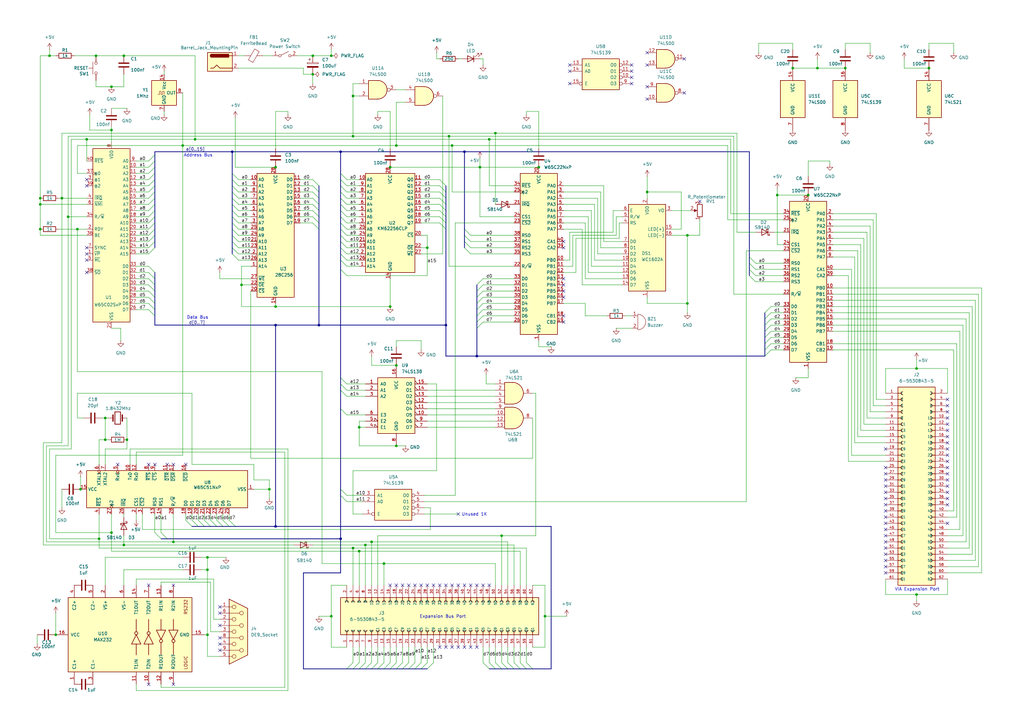
<source format=kicad_sch>
(kicad_sch (version 20250114) (generator "eeschema") (generator_version "9.0")
  (paper "A3")
  (title_block (title "Sun6502 Computer") (date "2025-06-06") (company "Wróbel Sebastian (Aktr0s)"))
  (text "Unused 1K" (at 194.564 211.074 0) (effects (font (size 1.27 1.27))))
  (text "Address Bus" (at 81.28 63.754 0) (effects (font (size 1.27 1.27))))
  (text "VIA Expansion Port" (at 376.174 241.808 0) (effects (font (size 1.27 1.27))))
  (text "Expansion Bus Port\n" (at 181.61 252.984 0) (effects (font (size 1.27 1.27))))
  (text "Data Bus" (at 81.026 130.302 0) (effects (font (size 1.27 1.27))))
  (junction (at 318.77 80.01))
  (junction (at 184.15 55.88))
  (junction (at 43.18 180.34))
  (junction (at 16.51 83.82))
  (junction (at 45.72 35.56))
  (junction (at 281.94 96.52))
  (junction (at 50.8 22.86))
  (junction (at 45.72 218.44))
  (junction (at 35.56 57.15))
  (junction (at 196.85 68.58))
  (junction (at 182.88 133.35))
  (junction (at 175.26 101.6))
  (junction (at 381 27.94))
  (junction (at 281.94 124.46))
  (junction (at 152.4 222.25))
  (junction (at 52.07 180.34))
  (junction (at 74.93 59.69))
  (junction (at 223.52 252.73))
  (junction (at 128.27 22.86))
  (junction (at 147.32 175.26))
  (junction (at 27.94 88.9))
  (junction (at 265.43 78.74))
  (junction (at 220.98 68.58))
  (junction (at 130.81 133.35))
  (junction (at 162.56 149.86))
  (junction (at 375.92 151.13))
  (junction (at 33.02 200.66))
  (junction (at 147.32 226.06))
  (junction (at 95.25 62.23))
  (junction (at 113.03 133.35))
  (junction (at 71.12 222.25))
  (junction (at 190.5 62.23))
  (junction (at 160.02 68.58))
  (junction (at 135.89 22.86))
  (junction (at 16.51 93.98))
  (junction (at 85.09 260.35))
  (junction (at 20.32 22.86))
  (junction (at 203.2 54.61))
  (junction (at 144.78 39.37))
  (junction (at 22.86 260.35))
  (junction (at 31.75 93.98))
  (junction (at 375.92 243.84))
  (junction (at 157.48 231.14))
  (junction (at 195.58 146.05))
  (junction (at 162.56 59.69))
  (junction (at 160.02 125.73))
  (junction (at 113.03 215.9))
  (junction (at 185.42 59.69))
  (junction (at 80.01 57.15))
  (junction (at 335.28 27.94))
  (junction (at 110.49 200.66))
  (junction (at 331.47 80.01))
  (junction (at 144.78 55.88))
  (junction (at 43.18 171.45))
  (junction (at 85.09 233.68))
  (junction (at 50.8 223.52))
  (junction (at 113.03 68.58))
  (junction (at 85.09 228.6))
  (junction (at 25.4 81.28))
  (junction (at 113.03 125.73))
  (junction (at 128.27 30.48))
  (junction (at 144.78 224.79))
  (junction (at 139.7 62.23))
  (junction (at 162.56 182.88))
  (junction (at 149.86 223.52))
  (junction (at 99.06 116.84))
  (junction (at 16.51 81.28))
  (junction (at 45.72 53.34))
  (junction (at 346.71 27.94))
  (junction (at 200.66 57.15))
  (junction (at 39.37 22.86))
  (junction (at 325.12 27.94))
  (junction (at 205.74 219.71))
  (junction (at 135.89 252.73))
  (junction (at 40.64 220.98))
  (junction (at 139.7 220.98))
  (no_connect (at 187.96 265.43))
  (no_connect (at 90.17 248.92))
  (no_connect (at 363.22 201.93))
  (no_connect (at 198.12 240.03))
  (no_connect (at 265.43 35.56))
  (no_connect (at 388.62 171.45))
  (no_connect (at 60.96 280.67))
  (no_connect (at 388.62 173.99))
  (no_connect (at 388.62 201.93))
  (no_connect (at 363.22 196.85))
  (no_connect (at 280.67 24.13))
  (no_connect (at 90.17 251.46))
  (no_connect (at 388.62 179.07))
  (no_connect (at 388.62 168.91))
  (no_connect (at 388.62 207.01))
  (no_connect (at 363.22 227.33))
  (no_connect (at 363.22 207.01))
  (no_connect (at 35.56 111.76))
  (no_connect (at 363.22 219.71))
  (no_connect (at 259.08 29.21))
  (no_connect (at 195.58 265.43))
  (no_connect (at 190.5 265.43))
  (no_connect (at 363.22 194.31))
  (no_connect (at 195.58 240.03))
  (no_connect (at 363.22 214.63))
  (no_connect (at 90.17 264.16))
  (no_connect (at 35.56 73.66))
  (no_connect (at 231.14 99.06))
  (no_connect (at 233.68 26.67))
  (no_connect (at 363.22 217.17))
  (no_connect (at 231.14 129.54))
  (no_connect (at 388.62 176.53))
  (no_connect (at 35.56 76.2))
  (no_connect (at 187.96 210.82))
  (no_connect (at 388.62 186.69))
  (no_connect (at 71.12 280.67))
  (no_connect (at 165.1 240.03))
  (no_connect (at 193.04 265.43))
  (no_connect (at 363.22 199.39))
  (no_connect (at 363.22 234.95))
  (no_connect (at 388.62 199.39))
  (no_connect (at 287.02 82.55))
  (no_connect (at 363.22 212.09))
  (no_connect (at 60.96 190.5))
  (no_connect (at 167.64 240.03))
  (no_connect (at 363.22 222.25))
  (no_connect (at 265.43 21.59))
  (no_connect (at 231.14 119.38))
  (no_connect (at 259.08 34.29))
  (no_connect (at 233.68 29.21))
  (no_connect (at 388.62 214.63))
  (no_connect (at 265.43 26.67))
  (no_connect (at 48.26 190.5))
  (no_connect (at 388.62 181.61))
  (no_connect (at 90.17 256.54))
  (no_connect (at 170.18 240.03))
  (no_connect (at 190.5 240.03))
  (no_connect (at 231.14 114.3))
  (no_connect (at 363.22 224.79))
  (no_connect (at 388.62 166.37))
  (no_connect (at 63.5 190.5))
  (no_connect (at 388.62 163.83))
  (no_connect (at 180.34 240.03))
  (no_connect (at 185.42 240.03))
  (no_connect (at 265.43 40.64))
  (no_connect (at 233.68 34.29))
  (no_connect (at 182.88 265.43))
  (no_connect (at 259.08 26.67))
  (no_connect (at 388.62 184.15))
  (no_connect (at 71.12 240.03))
  (no_connect (at 231.14 121.92))
  (no_connect (at 200.66 240.03))
  (no_connect (at 187.96 240.03))
  (no_connect (at 60.96 240.03))
  (no_connect (at 76.2 190.5))
  (no_connect (at 388.62 194.31))
  (no_connect (at 231.14 101.6))
  (no_connect (at 180.34 265.43))
  (no_connect (at 35.56 101.6))
  (no_connect (at 162.56 240.03))
  (no_connect (at 363.22 229.87))
  (no_connect (at 68.58 190.5))
  (no_connect (at 71.12 190.5))
  (no_connect (at 363.22 232.41))
  (no_connect (at 185.42 265.43))
  (no_connect (at 90.17 266.7))
  (no_connect (at 259.08 31.75))
  (no_connect (at 175.26 240.03))
  (no_connect (at 231.14 116.84))
  (no_connect (at 193.04 240.03))
  (no_connect (at 160.02 240.03))
  (no_connect (at 363.22 191.77))
  (no_connect (at 363.22 204.47))
  (no_connect (at 388.62 189.23))
  (no_connect (at 35.56 106.68))
  (no_connect (at 280.67 38.1))
  (no_connect (at 35.56 104.14))
  (no_connect (at 182.88 240.03))
  (no_connect (at 231.14 132.08))
  (no_connect (at 172.72 240.03))
  (no_connect (at 388.62 196.85))
  (no_connect (at 363.22 184.15))
  (no_connect (at 388.62 191.77))
  (no_connect (at 90.17 261.62))
  (no_connect (at 363.22 209.55))
  (no_connect (at 388.62 204.47))
  (no_connect (at 177.8 240.03))
  (bus_entry (at 195.58 124.46) (size 2.54 -2.54))
  (bus_entry (at 139.7 83.82) (size 2.54 2.54))
  (bus_entry (at 175.26 274.32) (size 2.54 -2.54))
  (bus_entry (at 63.5 101.6) (size -2.54 2.54))
  (bus_entry (at 95.25 81.28) (size 2.54 2.54))
  (bus_entry (at 63.5 96.52) (size -2.54 2.54))
  (bus_entry (at 313.69 133.35) (size 2.54 -2.54))
  (bus_entry (at 195.58 121.92) (size 2.54 -2.54))
  (bus_entry (at 208.28 274.32) (size -2.54 -2.54))
  (bus_entry (at 63.5 83.82) (size -2.54 2.54))
  (bus_entry (at 139.7 71.12) (size 2.54 2.54))
  (bus_entry (at 95.25 76.2) (size 2.54 2.54))
  (bus_entry (at 139.7 110.49) (size 2.54 2.54))
  (bus_entry (at 182.88 83.82) (size -2.54 -2.54))
  (bus_entry (at 139.7 86.36) (size 2.54 2.54))
  (bus_entry (at 63.5 76.2) (size -2.54 2.54))
  (bus_entry (at 144.78 274.32) (size 2.54 -2.54))
  (bus_entry (at 139.7 99.06) (size 2.54 2.54))
  (bus_entry (at 162.56 274.32) (size 2.54 -2.54))
  (bus_entry (at 139.7 76.2) (size 2.54 2.54))
  (bus_entry (at 63.5 93.98) (size -2.54 2.54))
  (bus_entry (at 147.32 274.32) (size 2.54 -2.54))
  (bus_entry (at 130.81 93.98) (size -2.54 -2.54))
  (bus_entry (at 215.9 274.32) (size -2.54 -2.54))
  (bus_entry (at 139.7 78.74) (size 2.54 2.54))
  (bus_entry (at 66.04 220.98) (size -2.54 -2.54))
  (bus_entry (at 95.25 78.74) (size 2.54 2.54))
  (bus_entry (at 139.7 167.64) (size 2.54 2.54))
  (bus_entry (at 172.72 274.32) (size 2.54 -2.54))
  (bus_entry (at 139.7 203.2) (size 2.54 2.54))
  (bus_entry (at 139.7 157.48) (size 2.54 2.54))
  (bus_entry (at 130.81 86.36) (size -2.54 -2.54))
  (bus_entry (at 95.25 96.52) (size 2.54 2.54))
  (bus_entry (at 195.58 132.08) (size 2.54 -2.54))
  (bus_entry (at 95.25 93.98) (size 2.54 2.54))
  (bus_entry (at 88.9 215.9) (size -2.54 -2.54))
  (bus_entry (at 78.74 215.9) (size -2.54 -2.54))
  (bus_entry (at 195.58 134.62) (size 2.54 -2.54))
  (bus_entry (at 63.5 66.04) (size -2.54 2.54))
  (bus_entry (at 68.58 220.98) (size -2.54 -2.54))
  (bus_entry (at 190.5 99.06) (size 2.54 2.54))
  (bus_entry (at 63.5 68.58) (size -2.54 2.54))
  (bus_entry (at 95.25 86.36) (size 2.54 2.54))
  (bus_entry (at 139.7 104.14) (size 2.54 2.54))
  (bus_entry (at 200.66 274.32) (size -2.54 -2.54))
  (bus_entry (at 95.25 91.44) (size 2.54 2.54))
  (bus_entry (at 195.58 127) (size 2.54 -2.54))
  (bus_entry (at 205.74 274.32) (size -2.54 -2.54))
  (bus_entry (at 95.25 99.06) (size 2.54 2.54))
  (bus_entry (at 152.4 274.32) (size 2.54 -2.54))
  (bus_entry (at 63.5 119.38) (size -2.54 -2.54))
  (bus_entry (at 149.86 274.32) (size 2.54 -2.54))
  (bus_entry (at 63.5 114.3) (size -2.54 -2.54))
  (bus_entry (at 63.5 71.12) (size -2.54 2.54))
  (bus_entry (at 81.28 215.9) (size -2.54 -2.54))
  (bus_entry (at 63.5 63.5) (size -2.54 2.54))
  (bus_entry (at 93.98 215.9) (size -2.54 -2.54))
  (bus_entry (at 313.69 135.89) (size 2.54 -2.54))
  (bus_entry (at 313.69 143.51) (size 2.54 -2.54))
  (bus_entry (at 96.52 215.9) (size -2.54 -2.54))
  (bus_entry (at 83.82 215.9) (size -2.54 -2.54))
  (bus_entry (at 190.5 96.52) (size 2.54 2.54))
  (bus_entry (at 63.5 111.76) (size -2.54 -2.54))
  (bus_entry (at 130.81 76.2) (size -2.54 -2.54))
  (bus_entry (at 63.5 81.28) (size -2.54 2.54))
  (bus_entry (at 182.88 78.74) (size -2.54 -2.54))
  (bus_entry (at 130.81 91.44) (size -2.54 -2.54))
  (bus_entry (at 139.7 200.66) (size 2.54 2.54))
  (bus_entry (at 160.02 274.32) (size 2.54 -2.54))
  (bus_entry (at 203.2 274.32) (size -2.54 -2.54))
  (bus_entry (at 182.88 81.28) (size -2.54 -2.54))
  (bus_entry (at 63.5 116.84) (size -2.54 -2.54))
  (bus_entry (at 139.7 101.6) (size 2.54 2.54))
  (bus_entry (at 307.34 113.03) (size 2.54 2.54))
  (bus_entry (at 130.81 81.28) (size -2.54 -2.54))
  (bus_entry (at 165.1 274.32) (size 2.54 -2.54))
  (bus_entry (at 63.5 121.92) (size -2.54 -2.54))
  (bus_entry (at 313.69 128.27) (size 2.54 -2.54))
  (bus_entry (at 63.5 78.74) (size -2.54 2.54))
  (bus_entry (at 63.5 124.46) (size -2.54 -2.54))
  (bus_entry (at 157.48 274.32) (size 2.54 -2.54))
  (bus_entry (at 213.36 274.32) (size -2.54 -2.54))
  (bus_entry (at 139.7 88.9) (size 2.54 2.54))
  (bus_entry (at 63.5 129.54) (size -2.54 -2.54))
  (bus_entry (at 307.34 105.41) (size 2.54 2.54))
  (bus_entry (at 63.5 73.66) (size -2.54 2.54))
  (bus_entry (at 63.5 127) (size -2.54 -2.54))
  (bus_entry (at 95.25 83.82) (size 2.54 2.54))
  (bus_entry (at 95.25 104.14) (size 2.54 2.54))
  (bus_entry (at 307.34 110.49) (size 2.54 2.54))
  (bus_entry (at 167.64 274.32) (size 2.54 -2.54))
  (bus_entry (at 63.5 99.06) (size -2.54 2.54))
  (bus_entry (at 195.58 129.54) (size 2.54 -2.54))
  (bus_entry (at 195.58 116.84) (size 2.54 -2.54))
  (bus_entry (at 154.94 274.32) (size 2.54 -2.54))
  (bus_entry (at 307.34 107.95) (size 2.54 2.54))
  (bus_entry (at 313.69 138.43) (size 2.54 -2.54))
  (bus_entry (at 95.25 71.12) (size 2.54 2.54))
  (bus_entry (at 195.58 119.38) (size 2.54 -2.54))
  (bus_entry (at 91.44 215.9) (size -2.54 -2.54))
  (bus_entry (at 182.88 91.44) (size -2.54 -2.54))
  (bus_entry (at 63.5 86.36) (size -2.54 2.54))
  (bus_entry (at 95.25 88.9) (size 2.54 2.54))
  (bus_entry (at 139.7 96.52) (size 2.54 2.54))
  (bus_entry (at 190.5 101.6) (size 2.54 2.54))
  (bus_entry (at 130.81 78.74) (size -2.54 -2.54))
  (bus_entry (at 130.81 83.82) (size -2.54 -2.54))
  (bus_entry (at 139.7 93.98) (size 2.54 2.54))
  (bus_entry (at 139.7 160.02) (size 2.54 2.54))
  (bus_entry (at 182.88 86.36) (size -2.54 -2.54))
  (bus_entry (at 139.7 81.28) (size 2.54 2.54))
  (bus_entry (at 63.5 88.9) (size -2.54 2.54))
  (bus_entry (at 142.24 274.32) (size 2.54 -2.54))
  (bus_entry (at 182.88 76.2) (size -2.54 -2.54))
  (bus_entry (at 95.25 73.66) (size 2.54 2.54))
  (bus_entry (at 218.44 274.32) (size -2.54 -2.54))
  (bus_entry (at 182.88 93.98) (size -2.54 -2.54))
  (bus_entry (at 190.5 93.98) (size 2.54 2.54))
  (bus_entry (at 139.7 106.68) (size 2.54 2.54))
  (bus_entry (at 313.69 146.05) (size 2.54 -2.54))
  (bus_entry (at 139.7 154.94) (size 2.54 2.54))
  (bus_entry (at 313.69 130.81) (size 2.54 -2.54))
  (bus_entry (at 313.69 140.97) (size 2.54 -2.54))
  (bus_entry (at 130.81 88.9) (size -2.54 -2.54))
  (bus_entry (at 170.18 274.32) (size 2.54 -2.54))
  (bus_entry (at 63.5 91.44) (size -2.54 2.54))
  (bus_entry (at 95.25 101.6) (size 2.54 2.54))
  (bus_entry (at 139.7 91.44) (size 2.54 2.54))
  (bus_entry (at 139.7 73.66) (size 2.54 2.54))
  (bus_entry (at 86.36 215.9) (size -2.54 -2.54))
  (bus_entry (at 182.88 88.9) (size -2.54 -2.54))
  (bus_entry (at 210.82 274.32) (size -2.54 -2.54))
  (wire (pts (xy 76.2 210.82) (xy 76.2 213.36)))
  (wire (pts (xy 375.92 147.32) (xy 375.92 151.13)))
  (bus (pts (xy 95.25 73.66) (xy 95.25 76.2)))
  (wire (pts (xy 45.72 218.44) (xy 45.72 210.82)))
  (wire (pts (xy 356.87 21.59) (xy 356.87 17.78)))
  (wire (pts (xy 179.07 193.04) (xy 144.78 193.04)))
  (wire (pts (xy 331.47 151.13) (xy 331.47 154.94)))
  (wire (pts (xy 162.56 59.69) (xy 162.56 41.91)))
  (wire (pts (xy 118.11 184.15) (xy 118.11 283.21)))
  (wire (pts (xy 393.7 217.17) (xy 388.62 217.17)))
  (wire (pts (xy 316.23 125.73) (xy 321.31 125.73)))
  (wire (pts (xy 231.14 83.82) (xy 243.84 83.82)))
  (bus (pts (xy 63.5 71.12) (xy 63.5 73.66)))
  (bus (pts (xy 313.69 128.27) (xy 313.69 130.81)))
  (wire (pts (xy 90.17 254) (xy 87.63 254)))
  (wire (pts (xy 243.84 106.68) (xy 255.27 106.68)))
  (wire (pts (xy 353.06 176.53) (xy 363.22 176.53)))
  (wire (pts (xy 58.42 217.17) (xy 58.42 210.82)))
  (bus (pts (xy 93.98 215.9) (xy 96.52 215.9)))
  (bus (pts (xy 190.5 62.23) (xy 307.34 62.23)))
  (wire (pts (xy 142.24 101.6) (xy 147.32 101.6)))
  (wire (pts (xy 52.07 171.45) (xy 52.07 180.34)))
  (wire (pts (xy 142.24 162.56) (xy 149.86 162.56)))
  (wire (pts (xy 160.02 68.58) (xy 196.85 68.58)))
  (wire (pts (xy 66.04 238.76) (xy 86.36 238.76)))
  (wire (pts (xy 247.65 99.06) (xy 247.65 76.2)))
  (wire (pts (xy 245.11 81.28) (xy 231.14 81.28)))
  (bus (pts (xy 63.5 111.76) (xy 63.5 114.3)))
  (wire (pts (xy 162.56 41.91) (xy 166.37 41.91)))
  (wire (pts (xy 78.74 161.29) (xy 31.75 161.29)))
  (bus (pts (xy 139.7 78.74) (xy 139.7 81.28)))
  (bus (pts (xy 313.69 133.35) (xy 313.69 135.89)))
  (wire (pts (xy 400.05 123.19) (xy 400.05 229.87)))
  (wire (pts (xy 49.53 134.62) (xy 45.72 134.62)))
  (wire (pts (xy 317.5 95.25) (xy 321.31 95.25)))
  (wire (pts (xy 396.24 222.25) (xy 388.62 222.25)))
  (wire (pts (xy 147.32 172.72) (xy 147.32 175.26)))
  (bus (pts (xy 130.81 91.44) (xy 130.81 93.98)))
  (wire (pts (xy 316.23 138.43) (xy 321.31 138.43)))
  (bus (pts (xy 81.28 215.9) (xy 83.82 215.9)))
  (wire (pts (xy 147.32 265.43) (xy 147.32 271.78)))
  (wire (pts (xy 144.78 34.29) (xy 147.32 34.29)))
  (wire (pts (xy 252.73 134.62) (xy 259.08 134.62)))
  (wire (pts (xy 27.94 182.88) (xy 19.05 182.88)))
  (wire (pts (xy 27.94 88.9) (xy 27.94 182.88)))
  (wire (pts (xy 55.88 68.58) (xy 60.96 68.58)))
  (wire (pts (xy 179.07 157.48) (xy 179.07 193.04)))
  (bus (pts (xy 195.58 132.08) (xy 195.58 134.62)))
  (wire (pts (xy 185.42 78.74) (xy 210.82 78.74)))
  (bus (pts (xy 130.81 93.98) (xy 130.81 133.35)))
  (wire (pts (xy 90.17 114.3) (xy 90.17 111.76)))
  (wire (pts (xy 200.66 57.15) (xy 299.72 57.15)))
  (bus (pts (xy 63.5 121.92) (xy 63.5 124.46)))
  (wire (pts (xy 102.87 119.38) (xy 102.87 187.96)))
  (wire (pts (xy 144.78 210.82) (xy 148.59 210.82)))
  (wire (pts (xy 391.16 209.55) (xy 391.16 143.51)))
  (wire (pts (xy 123.19 78.74) (xy 128.27 78.74)))
  (wire (pts (xy 144.78 39.37) (xy 144.78 34.29)))
  (wire (pts (xy 82.55 228.6) (xy 85.09 228.6)))
  (wire (pts (xy 55.88 81.28) (xy 60.96 81.28)))
  (bus (pts (xy 139.7 73.66) (xy 139.7 76.2)))
  (wire (pts (xy 93.98 210.82) (xy 93.98 213.36)))
  (bus (pts (xy 124.46 234.95) (xy 124.46 274.32)))
  (wire (pts (xy 175.26 162.56) (xy 203.2 162.56)))
  (wire (pts (xy 401.32 120.65) (xy 401.32 232.41)))
  (wire (pts (xy 142.24 93.98) (xy 147.32 93.98)))
  (bus (pts (xy 190.5 93.98) (xy 190.5 96.52)))
  (bus (pts (xy 182.88 76.2) (xy 182.88 78.74)))
  (bus (pts (xy 313.69 143.51) (xy 313.69 146.05)))
  (wire (pts (xy 316.23 140.97) (xy 321.31 140.97)))
  (wire (pts (xy 149.86 223.52) (xy 210.82 223.52)))
  (wire (pts (xy 205.74 219.71) (xy 205.74 240.03)))
  (bus (pts (xy 139.7 91.44) (xy 139.7 93.98)))
  (wire (pts (xy 152.4 222.25) (xy 208.28 222.25)))
  (wire (pts (xy 341.63 113.03) (xy 347.98 113.03)))
  (wire (pts (xy 309.88 113.03) (xy 321.31 113.03)))
  (wire (pts (xy 110.49 196.85) (xy 104.14 196.85)))
  (bus (pts (xy 139.7 62.23) (xy 139.7 71.12)))
  (wire (pts (xy 200.66 265.43) (xy 200.66 271.78)))
  (wire (pts (xy 78.74 190.5) (xy 78.74 161.29)))
  (wire (pts (xy 306.07 102.87) (xy 306.07 205.74)))
  (bus (pts (xy 195.58 134.62) (xy 195.58 146.05)))
  (bus (pts (xy 313.69 135.89) (xy 313.69 138.43)))
  (wire (pts (xy 341.63 97.79) (xy 354.33 97.79)))
  (wire (pts (xy 97.79 78.74) (xy 102.87 78.74)))
  (wire (pts (xy 20.32 184.15) (xy 29.21 184.15)))
  (bus (pts (xy 63.5 88.9) (xy 63.5 91.44)))
  (wire (pts (xy 27.94 88.9) (xy 27.94 55.88)))
  (bus (pts (xy 139.7 88.9) (xy 139.7 91.44)))
  (wire (pts (xy 242.57 109.22) (xy 242.57 86.36)))
  (bus (pts (xy 86.36 215.9) (xy 88.9 215.9)))
  (bus (pts (xy 195.58 121.92) (xy 195.58 124.46)))
  (bus (pts (xy 167.64 274.32) (xy 170.18 274.32)))
  (bus (pts (xy 130.81 83.82) (xy 130.81 86.36)))
  (wire (pts (xy 247.65 76.2) (xy 231.14 76.2)))
  (wire (pts (xy 123.19 81.28) (xy 128.27 81.28)))
  (wire (pts (xy 208.28 222.25) (xy 208.28 240.03)))
  (wire (pts (xy 341.63 140.97) (xy 392.43 140.97)))
  (wire (pts (xy 241.3 88.9) (xy 241.3 111.76)))
  (wire (pts (xy 341.63 118.11) (xy 402.59 118.11)))
  (wire (pts (xy 104.14 196.85) (xy 104.14 190.5)))
  (wire (pts (xy 210.82 109.22) (xy 184.15 109.22)))
  (wire (pts (xy 142.24 203.2) (xy 148.59 203.2)))
  (wire (pts (xy 316.23 130.81) (xy 321.31 130.81)))
  (wire (pts (xy 29.21 184.15) (xy 29.21 57.15)))
  (wire (pts (xy 67.31 29.21) (xy 67.31 30.48)))
  (wire (pts (xy 135.89 22.86) (xy 135.89 20.32)))
  (wire (pts (xy 97.79 93.98) (xy 102.87 93.98)))
  (wire (pts (xy 341.63 120.65) (xy 401.32 120.65)))
  (wire (pts (xy 15.24 260.35) (xy 15.24 264.16)))
  (bus (pts (xy 139.7 160.02) (xy 139.7 167.64)))
  (bus (pts (xy 95.25 81.28) (xy 95.25 83.82)))
  (wire (pts (xy 213.36 265.43) (xy 213.36 271.78)))
  (wire (pts (xy 341.63 90.17) (xy 358.14 90.17)))
  (wire (pts (xy 55.88 66.04) (xy 60.96 66.04)))
  (wire (pts (xy 175.26 170.18) (xy 203.2 170.18)))
  (wire (pts (xy 43.18 228.6) (xy 74.93 228.6)))
  (wire (pts (xy 36.83 53.34) (xy 36.83 46.99)))
  (wire (pts (xy 335.28 27.94) (xy 346.71 27.94)))
  (wire (pts (xy 185.42 59.69) (xy 185.42 78.74)))
  (bus (pts (xy 139.7 167.64) (xy 139.7 200.66)))
  (wire (pts (xy 220.98 139.7) (xy 220.98 142.24)))
  (wire (pts (xy 255.27 86.36) (xy 251.46 86.36)))
  (wire (pts (xy 265.43 72.39) (xy 265.43 78.74)))
  (wire (pts (xy 135.89 252.73) (xy 135.89 265.43)))
  (wire (pts (xy 152.4 222.25) (xy 152.4 240.03)))
  (wire (pts (xy 231.14 124.46) (xy 240.03 124.46)))
  (bus (pts (xy 96.52 215.9) (xy 113.03 215.9)))
  (bus (pts (xy 95.25 93.98) (xy 95.25 96.52)))
  (wire (pts (xy 398.78 125.73) (xy 398.78 227.33)))
  (wire (pts (xy 231.14 78.74) (xy 246.38 78.74)))
  (bus (pts (xy 63.5 81.28) (xy 63.5 83.82)))
  (wire (pts (xy 123.19 91.44) (xy 128.27 91.44)))
  (wire (pts (xy 55.88 114.3) (xy 60.96 114.3)))
  (wire (pts (xy 184.15 55.88) (xy 184.15 109.22)))
  (wire (pts (xy 144.78 224.79) (xy 144.78 240.03)))
  (wire (pts (xy 198.12 116.84) (xy 210.82 116.84)))
  (wire (pts (xy 279.4 78.74) (xy 265.43 78.74)))
  (wire (pts (xy 356.87 92.71) (xy 356.87 168.91)))
  (bus (pts (xy 139.7 220.98) (xy 139.7 234.95)))
  (wire (pts (xy 359.41 163.83) (xy 363.22 163.83)))
  (wire (pts (xy 97.79 96.52) (xy 102.87 96.52)))
  (wire (pts (xy 102.87 187.96) (xy 218.44 187.96)))
  (bus (pts (xy 139.7 71.12) (xy 139.7 73.66)))
  (wire (pts (xy 381 17.78) (xy 381 20.32)))
  (wire (pts (xy 116.84 185.42) (xy 116.84 281.94)))
  (wire (pts (xy 358.14 166.37) (xy 363.22 166.37)))
  (wire (pts (xy 354.33 97.79) (xy 354.33 173.99)))
  (bus (pts (xy 95.25 86.36) (xy 95.25 88.9)))
  (wire (pts (xy 172.72 91.44) (xy 180.34 91.44)))
  (wire (pts (xy 172.72 104.14) (xy 181.61 104.14)))
  (wire (pts (xy 187.96 210.82) (xy 173.99 210.82)))
  (wire (pts (xy 218.44 187.96) (xy 218.44 171.45)))
  (wire (pts (xy 351.79 102.87) (xy 351.79 179.07)))
  (wire (pts (xy 210.82 223.52) (xy 210.82 240.03)))
  (bus (pts (xy 63.5 86.36) (xy 63.5 88.9)))
  (wire (pts (xy 142.24 109.22) (xy 147.32 109.22)))
  (wire (pts (xy 363.22 237.49) (xy 363.22 243.84)))
  (wire (pts (xy 154.94 265.43) (xy 154.94 271.78)))
  (wire (pts (xy 144.78 265.43) (xy 144.78 271.78)))
  (wire (pts (xy 198.12 124.46) (xy 210.82 124.46)))
  (wire (pts (xy 22.86 186.69) (xy 22.86 218.44)))
  (bus (pts (xy 130.81 88.9) (xy 130.81 91.44)))
  (wire (pts (xy 85.09 260.35) (xy 85.09 233.68)))
  (wire (pts (xy 97.79 76.2) (xy 102.87 76.2)))
  (bus (pts (xy 195.58 119.38) (xy 195.58 121.92)))
  (bus (pts (xy 63.5 116.84) (xy 63.5 119.38)))
  (wire (pts (xy 25.4 208.28) (xy 25.4 200.66)))
  (wire (pts (xy 254 91.44) (xy 254 97.79)))
  (bus (pts (xy 139.7 76.2) (xy 139.7 78.74)))
  (wire (pts (xy 40.64 224.79) (xy 144.78 224.79)))
  (wire (pts (xy 142.24 170.18) (xy 149.86 170.18)))
  (wire (pts (xy 154.94 46.99) (xy 154.94 45.72)))
  (wire (pts (xy 144.78 39.37) (xy 147.32 39.37)))
  (bus (pts (xy 63.5 66.04) (xy 63.5 68.58)))
  (wire (pts (xy 346.71 17.78) (xy 346.71 20.32)))
  (wire (pts (xy 335.28 24.13) (xy 335.28 27.94)))
  (bus (pts (xy 95.25 91.44) (xy 95.25 93.98)))
  (wire (pts (xy 309.88 110.49) (xy 321.31 110.49)))
  (wire (pts (xy 331.47 154.94) (xy 326.39 154.94)))
  (wire (pts (xy 160.02 45.72) (xy 160.02 60.96)))
  (wire (pts (xy 142.24 265.43) (xy 135.89 265.43)))
  (wire (pts (xy 341.63 92.71) (xy 356.87 92.71)))
  (bus (pts (xy 195.58 124.46) (xy 195.58 127)))
  (wire (pts (xy 142.24 104.14) (xy 147.32 104.14)))
  (wire (pts (xy 74.93 38.1) (xy 74.93 59.69)))
  (wire (pts (xy 234.95 109.22) (xy 231.14 109.22)))
  (wire (pts (xy 231.14 93.98) (xy 238.76 93.98)))
  (wire (pts (xy 147.32 182.88) (xy 162.56 182.88)))
  (wire (pts (xy 113.03 125.73) (xy 160.02 125.73)))
  (wire (pts (xy 196.85 68.58) (xy 196.85 64.77)))
  (wire (pts (xy 132.08 231.14) (xy 157.48 231.14)))
  (wire (pts (xy 341.63 110.49) (xy 349.25 110.49)))
  (bus (pts (xy 130.81 76.2) (xy 130.81 78.74)))
  (wire (pts (xy 55.88 283.21) (xy 55.88 280.67)))
  (wire (pts (xy 85.09 228.6) (xy 85.09 233.68)))
  (wire (pts (xy 25.4 81.28) (xy 25.4 54.61)))
  (wire (pts (xy 391.16 143.51) (xy 341.63 143.51)))
  (wire (pts (xy 63.5 210.82) (xy 63.5 218.44)))
  (wire (pts (xy 302.26 54.61) (xy 302.26 95.25)))
  (wire (pts (xy 16.51 96.52) (xy 16.51 93.98)))
  (wire (pts (xy 179.07 21.59) (xy 179.07 24.13)))
  (wire (pts (xy 74.93 59.69) (xy 162.56 59.69)))
  (wire (pts (xy 45.72 53.34) (xy 36.83 53.34)))
  (wire (pts (xy 341.63 123.19) (xy 400.05 123.19)))
  (wire (pts (xy 55.88 119.38) (xy 60.96 119.38)))
  (wire (pts (xy 255.27 91.44) (xy 254 91.44)))
  (wire (pts (xy 331.47 66.04) (xy 331.47 72.39)))
  (wire (pts (xy 123.19 86.36) (xy 128.27 86.36)))
  (wire (pts (xy 160.02 265.43) (xy 160.02 271.78)))
  (wire (pts (xy 219.71 219.71) (xy 205.74 219.71)))
  (wire (pts (xy 186.69 203.2) (xy 173.99 203.2)))
  (wire (pts (xy 87.63 254) (xy 87.63 237.49)))
  (wire (pts (xy 392.43 140.97) (xy 392.43 212.09)))
  (wire (pts (xy 172.72 78.74) (xy 180.34 78.74)))
  (wire (pts (xy 99.06 116.84) (xy 99.06 125.73)))
  (wire (pts (xy 132.08 152.4) (xy 132.08 231.14)))
  (wire (pts (xy 55.88 71.12) (xy 60.96 71.12)))
  (wire (pts (xy 152.4 146.05) (xy 152.4 149.86)))
  (wire (pts (xy 142.24 88.9) (xy 147.32 88.9)))
  (wire (pts (xy 25.4 181.61) (xy 17.78 181.61)))
  (bus (pts (xy 139.7 106.68) (xy 139.7 110.49)))
  (wire (pts (xy 40.64 220.98) (xy 40.64 224.79)))
  (bus (pts (xy 139.7 203.2) (xy 139.7 220.98)))
  (wire (pts (xy 128.27 223.52) (xy 149.86 223.52)))
  (wire (pts (xy 142.24 96.52) (xy 147.32 96.52)))
  (wire (pts (xy 243.84 83.82) (xy 243.84 106.68)))
  (wire (pts (xy 50.8 223.52) (xy 120.65 223.52)))
  (wire (pts (xy 55.88 101.6) (xy 60.96 101.6)))
  (wire (pts (xy 142.24 91.44) (xy 147.32 91.44)))
  (wire (pts (xy 149.86 175.26) (xy 147.32 175.26)))
  (wire (pts (xy 152.4 265.43) (xy 152.4 271.78)))
  (wire (pts (xy 41.91 171.45) (xy 43.18 171.45)))
  (wire (pts (xy 196.85 24.13) (xy 198.12 24.13)))
  (wire (pts (xy 97.79 101.6) (xy 102.87 101.6)))
  (wire (pts (xy 55.88 83.82) (xy 60.96 83.82)))
  (wire (pts (xy 55.88 210.82) (xy 55.88 213.36)))
  (wire (pts (xy 241.3 111.76) (xy 255.27 111.76)))
  (wire (pts (xy 110.49 204.47) (xy 110.49 200.66)))
  (wire (pts (xy 85.09 269.24) (xy 85.09 260.35)))
  (wire (pts (xy 193.04 99.06) (xy 210.82 99.06)))
  (wire (pts (xy 370.84 27.94) (xy 381 27.94)))
  (wire (pts (xy 97.79 81.28) (xy 102.87 81.28)))
  (wire (pts (xy 55.88 99.06) (xy 60.96 99.06)))
  (wire (pts (xy 116.84 281.94) (xy 66.04 281.94)))
  (bus (pts (xy 215.9 274.32) (xy 218.44 274.32)))
  (wire (pts (xy 341.63 130.81) (xy 396.24 130.81)))
  (bus (pts (xy 157.48 274.32) (xy 160.02 274.32)))
  (bus (pts (xy 208.28 274.32) (xy 210.82 274.32)))
  (wire (pts (xy 55.88 111.76) (xy 60.96 111.76)))
  (wire (pts (xy 97.79 73.66) (xy 102.87 73.66)))
  (wire (pts (xy 50.8 35.56) (xy 45.72 35.56)))
  (wire (pts (xy 349.25 186.69) (xy 363.22 186.69)))
  (wire (pts (xy 30.48 22.86) (xy 39.37 22.86)))
  (wire (pts (xy 66.04 281.94) (xy 66.04 280.67)))
  (wire (pts (xy 341.63 102.87) (xy 351.79 102.87)))
  (bus (pts (xy 139.7 200.66) (xy 139.7 203.2)))
  (wire (pts (xy 147.32 226.06) (xy 213.36 226.06)))
  (wire (pts (xy 55.88 190.5) (xy 55.88 185.42)))
  (wire (pts (xy 175.26 167.64) (xy 203.2 167.64)))
  (wire (pts (xy 355.6 95.25) (xy 355.6 171.45)))
  (wire (pts (xy 55.88 121.92) (xy 60.96 121.92)))
  (wire (pts (xy 83.82 260.35) (xy 85.09 260.35)))
  (bus (pts (xy 172.72 274.32) (xy 175.26 274.32)))
  (wire (pts (xy 220.98 142.24) (xy 226.06 142.24)))
  (wire (pts (xy 33.02 195.58) (xy 33.02 200.66)))
  (wire (pts (xy 55.88 76.2) (xy 60.96 76.2)))
  (wire (pts (xy 238.76 116.84) (xy 255.27 116.84)))
  (bus (pts (xy 63.5 78.74) (xy 63.5 81.28)))
  (bus (pts (xy 139.7 234.95) (xy 124.46 234.95)))
  (wire (pts (xy 170.18 265.43) (xy 170.18 271.78)))
  (wire (pts (xy 341.63 128.27) (xy 397.51 128.27)))
  (wire (pts (xy 255.27 88.9) (xy 252.73 88.9)))
  (wire (pts (xy 19.05 182.88) (xy 19.05 222.25)))
  (wire (pts (xy 175.26 175.26) (xy 203.2 175.26)))
  (wire (pts (xy 275.59 96.52) (xy 281.94 96.52)))
  (wire (pts (xy 181.61 39.37) (xy 181.61 104.14)))
  (wire (pts (xy 205.74 219.71) (xy 154.94 219.71)))
  (bus (pts (xy 139.7 104.14) (xy 139.7 106.68)))
  (wire (pts (xy 242.57 86.36) (xy 231.14 86.36)))
  (wire (pts (xy 375.92 243.84) (xy 375.92 246.38)))
  (wire (pts (xy 265.43 121.92) (xy 265.43 124.46)))
  (wire (pts (xy 173.99 208.28) (xy 176.53 208.28)))
  (wire (pts (xy 86.36 259.08) (xy 90.17 259.08)))
  (bus (pts (xy 195.58 146.05) (xy 313.69 146.05)))
  (wire (pts (xy 175.26 157.48) (xy 179.07 157.48)))
  (wire (pts (xy 55.88 88.9) (xy 60.96 88.9)))
  (wire (pts (xy 238.76 93.98) (xy 238.76 116.84)))
  (wire (pts (xy 142.24 157.48) (xy 149.86 157.48)))
  (bus (pts (xy 142.24 274.32) (xy 144.78 274.32)))
  (wire (pts (xy 147.32 175.26) (xy 147.32 182.88)))
  (wire (pts (xy 255.27 99.06) (xy 247.65 99.06)))
  (wire (pts (xy 97.79 106.68) (xy 102.87 106.68)))
  (wire (pts (xy 55.88 109.22) (xy 60.96 109.22)))
  (wire (pts (xy 110.49 200.66) (xy 110.49 196.85)))
  (wire (pts (xy 97.79 99.06) (xy 102.87 99.06)))
  (bus (pts (xy 182.88 146.05) (xy 195.58 146.05)))
  (wire (pts (xy 203.2 54.61) (xy 302.26 54.61)))
  (wire (pts (xy 67.31 45.72) (xy 67.31 46.99)))
  (wire (pts (xy 31.75 59.69) (xy 31.75 71.12)))
  (bus (pts (xy 63.5 63.5) (xy 63.5 66.04)))
  (wire (pts (xy 350.52 181.61) (xy 363.22 181.61)))
  (wire (pts (xy 172.72 265.43) (xy 172.72 271.78)))
  (bus (pts (xy 147.32 274.32) (xy 149.86 274.32)))
  (wire (pts (xy 50.8 233.68) (xy 50.8 240.03)))
  (wire (pts (xy 388.62 237.49) (xy 388.62 243.84)))
  (wire (pts (xy 20.32 20.32) (xy 20.32 22.86)))
  (wire (pts (xy 25.4 81.28) (xy 25.4 181.61)))
  (wire (pts (xy 351.79 179.07) (xy 363.22 179.07)))
  (wire (pts (xy 341.63 95.25) (xy 355.6 95.25)))
  (bus (pts (xy 307.34 107.95) (xy 307.34 110.49)))
  (wire (pts (xy 31.75 71.12) (xy 35.56 71.12)))
  (wire (pts (xy 31.75 93.98) (xy 35.56 93.98)))
  (bus (pts (xy 182.88 83.82) (xy 182.88 86.36)))
  (wire (pts (xy 55.88 93.98) (xy 60.96 93.98)))
  (bus (pts (xy 63.5 91.44) (xy 63.5 93.98)))
  (bus (pts (xy 95.25 76.2) (xy 95.25 78.74)))
  (wire (pts (xy 198.12 132.08) (xy 210.82 132.08)))
  (wire (pts (xy 144.78 224.79) (xy 215.9 224.79)))
  (wire (pts (xy 55.88 104.14) (xy 60.96 104.14)))
  (wire (pts (xy 251.46 86.36) (xy 251.46 95.25)))
  (wire (pts (xy 102.87 116.84) (xy 99.06 116.84)))
  (wire (pts (xy 255.27 104.14) (xy 245.11 104.14)))
  (wire (pts (xy 172.72 73.66) (xy 180.34 73.66)))
  (wire (pts (xy 123.19 88.9) (xy 128.27 88.9)))
  (wire (pts (xy 66.04 240.03) (xy 66.04 238.76)))
  (bus (pts (xy 139.7 93.98) (xy 139.7 96.52)))
  (wire (pts (xy 220.98 45.72) (xy 220.98 60.96)))
  (bus (pts (xy 130.81 81.28) (xy 130.81 83.82)))
  (wire (pts (xy 55.88 127) (xy 60.96 127)))
  (bus (pts (xy 95.25 62.23) (xy 139.7 62.23)))
  (wire (pts (xy 97.79 86.36) (xy 102.87 86.36)))
  (wire (pts (xy 17.78 223.52) (xy 50.8 223.52)))
  (wire (pts (xy 199.39 157.48) (xy 203.2 157.48)))
  (wire (pts (xy 144.78 55.88) (xy 184.15 55.88)))
  (wire (pts (xy 298.45 90.17) (xy 321.31 90.17)))
  (wire (pts (xy 97.79 104.14) (xy 102.87 104.14)))
  (bus (pts (xy 91.44 215.9) (xy 93.98 215.9)))
  (wire (pts (xy 198.12 24.13) (xy 198.12 26.67)))
  (wire (pts (xy 172.72 143.51) (xy 172.72 139.7)))
  (wire (pts (xy 118.11 45.72) (xy 113.03 45.72)))
  (bus (pts (xy 63.5 129.54) (xy 63.5 133.35)))
  (wire (pts (xy 184.15 55.88) (xy 300.99 55.88)))
  (wire (pts (xy 157.48 265.43) (xy 157.48 271.78)))
  (wire (pts (xy 341.63 125.73) (xy 398.78 125.73)))
  (bus (pts (xy 313.69 130.81) (xy 313.69 133.35)))
  (wire (pts (xy 176.53 208.28) (xy 176.53 217.17)))
  (bus (pts (xy 113.03 133.35) (xy 130.81 133.35)))
  (wire (pts (xy 341.63 135.89) (xy 393.7 135.89)))
  (bus (pts (xy 139.7 81.28) (xy 139.7 83.82)))
  (wire (pts (xy 318.77 80.01) (xy 318.77 77.47)))
  (wire (pts (xy 233.68 106.68) (xy 231.14 106.68)))
  (bus (pts (xy 139.7 99.06) (xy 139.7 101.6)))
  (wire (pts (xy 299.72 57.15) (xy 299.72 87.63)))
  (bus (pts (xy 113.03 215.9) (xy 226.06 215.9)))
  (wire (pts (xy 394.97 133.35) (xy 394.97 219.71)))
  (wire (pts (xy 31.75 93.98) (xy 31.75 152.4)))
  (wire (pts (xy 341.63 100.33) (xy 353.06 100.33)))
  (bus (pts (xy 95.25 101.6) (xy 95.25 104.14)))
  (wire (pts (xy 363.22 151.13) (xy 375.92 151.13)))
  (wire (pts (xy 22.86 260.35) (xy 22.86 251.46)))
  (wire (pts (xy 40.64 210.82) (xy 40.64 220.98)))
  (wire (pts (xy 363.22 243.84) (xy 375.92 243.84)))
  (wire (pts (xy 397.51 128.27) (xy 397.51 224.79)))
  (wire (pts (xy 45.72 44.45) (xy 52.07 44.45)))
  (wire (pts (xy 375.92 151.13) (xy 388.62 151.13)))
  (wire (pts (xy 113.03 45.72) (xy 113.03 60.96)))
  (wire (pts (xy 203.2 265.43) (xy 203.2 271.78)))
  (wire (pts (xy 186.69 91.44) (xy 210.82 91.44)))
  (wire (pts (xy 175.26 265.43) (xy 175.26 271.78)))
  (wire (pts (xy 55.88 237.49) (xy 55.88 240.03)))
  (wire (pts (xy 255.27 114.3) (xy 240.03 114.3)))
  (bus (pts (xy 139.7 83.82) (xy 139.7 86.36)))
  (wire (pts (xy 107.95 22.86) (xy 111.76 22.86)))
  (bus (pts (xy 63.5 76.2) (xy 63.5 78.74)))
  (bus (pts (xy 63.5 83.82) (xy 63.5 86.36)))
  (bus (pts (xy 190.5 62.23) (xy 190.5 93.98)))
  (wire (pts (xy 74.93 59.69) (xy 31.75 59.69)))
  (bus (pts (xy 149.86 274.32) (xy 152.4 274.32)))
  (wire (pts (xy 196.85 88.9) (xy 210.82 88.9)))
  (wire (pts (xy 97.79 22.86) (xy 100.33 22.86)))
  (wire (pts (xy 35.56 57.15) (xy 80.01 57.15)))
  (wire (pts (xy 142.24 81.28) (xy 147.32 81.28)))
  (wire (pts (xy 40.64 220.98) (xy 20.32 220.98)))
  (wire (pts (xy 97.79 91.44) (xy 102.87 91.44)))
  (wire (pts (xy 402.59 234.95) (xy 388.62 234.95)))
  (wire (pts (xy 66.04 210.82) (xy 66.04 218.44)))
  (bus (pts (xy 63.5 96.52) (xy 63.5 99.06)))
  (bus (pts (xy 139.7 96.52) (xy 139.7 99.06)))
  (wire (pts (xy 16.51 83.82) (xy 35.56 83.82)))
  (wire (pts (xy 19.05 222.25) (xy 71.12 222.25)))
  (bus (pts (xy 195.58 129.54) (xy 195.58 132.08)))
  (bus (pts (xy 190.5 96.52) (xy 190.5 99.06)))
  (wire (pts (xy 113.03 68.58) (xy 96.52 68.58)))
  (wire (pts (xy 149.86 265.43) (xy 149.86 271.78)))
  (wire (pts (xy 35.56 88.9) (xy 27.94 88.9)))
  (wire (pts (xy 130.81 252.73) (xy 135.89 252.73)))
  (wire (pts (xy 240.03 129.54) (xy 248.92 129.54)))
  (wire (pts (xy 398.78 227.33) (xy 388.62 227.33)))
  (bus (pts (xy 210.82 274.32) (xy 213.36 274.32)))
  (wire (pts (xy 231.14 88.9) (xy 241.3 88.9)))
  (wire (pts (xy 124.46 30.48) (xy 128.27 30.48)))
  (wire (pts (xy 240.03 114.3) (xy 240.03 91.44)))
  (wire (pts (xy 331.47 80.01) (xy 318.77 80.01)))
  (bus (pts (xy 182.88 81.28) (xy 182.88 83.82)))
  (wire (pts (xy 246.38 101.6) (xy 255.27 101.6)))
  (wire (pts (xy 198.12 114.3) (xy 210.82 114.3)))
  (bus (pts (xy 113.03 133.35) (xy 113.03 215.9)))
  (wire (pts (xy 86.36 210.82) (xy 86.36 213.36)))
  (wire (pts (xy 50.8 22.86) (xy 80.01 22.86)))
  (wire (pts (xy 71.12 222.25) (xy 71.12 210.82)))
  (bus (pts (xy 226.06 215.9) (xy 226.06 274.32)))
  (wire (pts (xy 299.72 87.63) (xy 321.31 87.63)))
  (wire (pts (xy 179.07 24.13) (xy 180.34 24.13)))
  (wire (pts (xy 45.72 52.07) (xy 45.72 53.34)))
  (wire (pts (xy 50.8 212.09) (xy 50.8 210.82)))
  (wire (pts (xy 215.9 45.72) (xy 220.98 45.72)))
  (wire (pts (xy 172.72 139.7) (xy 162.56 139.7)))
  (wire (pts (xy 31.75 152.4) (xy 132.08 152.4)))
  (wire (pts (xy 316.23 143.51) (xy 321.31 143.51)))
  (bus (pts (xy 307.34 105.41) (xy 307.34 107.95)))
  (wire (pts (xy 43.18 171.45) (xy 44.45 171.45)))
  (wire (pts (xy 281.94 96.52) (xy 287.02 96.52)))
  (wire (pts (xy 128.27 22.86) (xy 135.89 22.86)))
  (bus (pts (xy 63.5 62.23) (xy 95.25 62.23)))
  (wire (pts (xy 175.26 165.1) (xy 203.2 165.1)))
  (bus (pts (xy 182.88 93.98) (xy 182.88 133.35)))
  (wire (pts (xy 347.98 113.03) (xy 347.98 189.23)))
  (wire (pts (xy 142.24 78.74) (xy 147.32 78.74)))
  (bus (pts (xy 130.81 78.74) (xy 130.81 81.28)))
  (wire (pts (xy 40.64 190.5) (xy 40.64 180.34)))
  (wire (pts (xy 55.88 86.36) (xy 60.96 86.36)))
  (wire (pts (xy 400.05 229.87) (xy 388.62 229.87)))
  (wire (pts (xy 165.1 265.43) (xy 165.1 271.78)))
  (wire (pts (xy 74.93 59.69) (xy 74.93 186.69)))
  (wire (pts (xy 55.88 78.74) (xy 60.96 78.74)))
  (wire (pts (xy 252.73 88.9) (xy 252.73 96.52)))
  (wire (pts (xy 97.79 88.9) (xy 102.87 88.9)))
  (bus (pts (xy 144.78 274.32) (xy 147.32 274.32)))
  (wire (pts (xy 340.36 66.04) (xy 331.47 66.04)))
  (wire (pts (xy 213.36 226.06) (xy 213.36 240.03)))
  (wire (pts (xy 175.26 101.6) (xy 175.26 96.52)))
  (wire (pts (xy 311.15 17.78) (xy 311.15 21.59)))
  (wire (pts (xy 142.24 160.02) (xy 149.86 160.02)))
  (wire (pts (xy 53.34 184.15) (xy 118.11 184.15)))
  (wire (pts (xy 39.37 35.56) (xy 45.72 35.56)))
  (bus (pts (xy 218.44 274.32) (xy 226.06 274.32)))
  (bus (pts (xy 182.88 78.74) (xy 182.88 81.28)))
  (wire (pts (xy 356.87 168.91) (xy 363.22 168.91)))
  (wire (pts (xy 388.62 209.55) (xy 391.16 209.55)))
  (wire (pts (xy 172.72 81.28) (xy 180.34 81.28)))
  (bus (pts (xy 95.25 88.9) (xy 95.25 91.44)))
  (bus (pts (xy 63.5 73.66) (xy 63.5 76.2)))
  (wire (pts (xy 29.21 57.15) (xy 35.56 57.15)))
  (wire (pts (xy 256.54 129.54) (xy 259.08 129.54)))
  (wire (pts (xy 198.12 265.43) (xy 198.12 271.78)))
  (wire (pts (xy 110.49 200.66) (xy 104.14 200.66)))
  (wire (pts (xy 325.12 20.32) (xy 325.12 17.78)))
  (bus (pts (xy 203.2 274.32) (xy 205.74 274.32)))
  (wire (pts (xy 55.88 73.66) (xy 60.96 73.66)))
  (wire (pts (xy 71.12 222.25) (xy 152.4 222.25)))
  (wire (pts (xy 82.55 233.68) (xy 85.09 233.68)))
  (bus (pts (xy 313.69 138.43) (xy 313.69 140.97)))
  (bus (pts (xy 307.34 110.49) (xy 307.34 113.03)))
  (wire (pts (xy 74.93 186.69) (xy 22.86 186.69)))
  (wire (pts (xy 177.8 265.43) (xy 177.8 271.78)))
  (wire (pts (xy 196.85 68.58) (xy 196.85 88.9)))
  (wire (pts (xy 142.24 106.68) (xy 147.32 106.68)))
  (wire (pts (xy 16.51 83.82) (xy 16.51 93.98)))
  (wire (pts (xy 393.7 135.89) (xy 393.7 217.17)))
  (wire (pts (xy 175.26 96.52) (xy 172.72 96.52)))
  (wire (pts (xy 391.16 21.59) (xy 391.16 17.78)))
  (bus (pts (xy 63.5 124.46) (xy 63.5 127)))
  (wire (pts (xy 172.72 88.9) (xy 180.34 88.9)))
  (wire (pts (xy 27.94 55.88) (xy 144.78 55.88)))
  (wire (pts (xy 43.18 180.34) (xy 44.45 180.34)))
  (wire (pts (xy 287.02 90.17) (xy 287.02 96.52)))
  (wire (pts (xy 198.12 127) (xy 210.82 127)))
  (wire (pts (xy 218.44 240.03) (xy 223.52 240.03)))
  (wire (pts (xy 50.8 223.52) (xy 50.8 219.71)))
  (bus (pts (xy 63.5 62.23) (xy 63.5 63.5)))
  (wire (pts (xy 16.51 22.86) (xy 16.51 81.28)))
  (wire (pts (xy 91.44 210.82) (xy 91.44 213.36)))
  (wire (pts (xy 99.06 125.73) (xy 113.03 125.73)))
  (wire (pts (xy 340.36 67.31) (xy 340.36 66.04)))
  (wire (pts (xy 123.19 83.82) (xy 128.27 83.82)))
  (wire (pts (xy 45.72 226.06) (xy 147.32 226.06)))
  (wire (pts (xy 309.88 115.57) (xy 321.31 115.57)))
  (wire (pts (xy 144.78 193.04) (xy 144.78 210.82)))
  (bus (pts (xy 124.46 274.32) (xy 142.24 274.32)))
  (wire (pts (xy 162.56 59.69) (xy 185.42 59.69)))
  (wire (pts (xy 102.87 114.3) (xy 90.17 114.3)))
  (wire (pts (xy 187.96 24.13) (xy 189.23 24.13)))
  (bus (pts (xy 139.7 101.6) (xy 139.7 104.14)))
  (wire (pts (xy 24.13 93.98) (xy 31.75 93.98)))
  (wire (pts (xy 35.56 81.28) (xy 25.4 81.28)))
  (wire (pts (xy 306.07 205.74) (xy 173.99 205.74)))
  (wire (pts (xy 50.8 30.48) (xy 50.8 35.56)))
  (bus (pts (xy 139.7 62.23) (xy 190.5 62.23)))
  (wire (pts (xy 302.26 95.25) (xy 309.88 95.25)))
  (wire (pts (xy 255.27 109.22) (xy 242.57 109.22)))
  (bus (pts (xy 200.66 274.32) (xy 203.2 274.32)))
  (wire (pts (xy 142.24 99.06) (xy 147.32 99.06)))
  (wire (pts (xy 97.79 27.94) (xy 124.46 27.94)))
  (wire (pts (xy 279.4 93.98) (xy 279.4 78.74)))
  (wire (pts (xy 17.78 181.61) (xy 17.78 223.52)))
  (bus (pts (xy 139.7 157.48) (xy 139.7 160.02)))
  (bus (pts (xy 88.9 215.9) (xy 91.44 215.9)))
  (bus (pts (xy 68.58 220.98) (xy 139.7 220.98)))
  (wire (pts (xy 175.26 101.6) (xy 175.26 113.03)))
  (wire (pts (xy 90.17 269.24) (xy 85.09 269.24)))
  (wire (pts (xy 347.98 189.23) (xy 363.22 189.23)))
  (wire (pts (xy 142.24 86.36) (xy 147.32 86.36)))
  (wire (pts (xy 172.72 86.36) (xy 180.34 86.36)))
  (wire (pts (xy 172.72 101.6) (xy 175.26 101.6)))
  (wire (pts (xy 24.13 81.28) (xy 25.4 81.28)))
  (wire (pts (xy 223.52 265.43) (xy 218.44 265.43)))
  (wire (pts (xy 45.72 53.34) (xy 45.72 58.42)))
  (wire (pts (xy 215.9 224.79) (xy 215.9 240.03)))
  (wire (pts (xy 55.88 91.44) (xy 60.96 91.44)))
  (bus (pts (xy 139.7 110.49) (xy 139.7 154.94)))
  (wire (pts (xy 396.24 130.81) (xy 396.24 222.25)))
  (wire (pts (xy 203.2 54.61) (xy 203.2 83.82)))
  (wire (pts (xy 118.11 283.21) (xy 55.88 283.21)))
  (wire (pts (xy 35.56 96.52) (xy 16.51 96.52)))
  (bus (pts (xy 195.58 116.84) (xy 195.58 119.38)))
  (wire (pts (xy 265.43 124.46) (xy 281.94 124.46)))
  (wire (pts (xy 245.11 81.28) (xy 245.11 104.14)))
  (wire (pts (xy 281.94 96.52) (xy 281.94 124.46)))
  (wire (pts (xy 154.94 219.71) (xy 154.94 240.03)))
  (wire (pts (xy 215.9 265.43) (xy 215.9 271.78)))
  (wire (pts (xy 142.24 83.82) (xy 147.32 83.82)))
  (wire (pts (xy 142.24 76.2) (xy 147.32 76.2)))
  (wire (pts (xy 341.63 133.35) (xy 394.97 133.35)))
  (bus (pts (xy 307.34 62.23) (xy 307.34 105.41)))
  (wire (pts (xy 123.19 76.2) (xy 128.27 76.2)))
  (wire (pts (xy 240.03 91.44) (xy 231.14 91.44)))
  (wire (pts (xy 233.68 95.25) (xy 233.68 106.68)))
  (wire (pts (xy 223.52 240.03) (xy 223.52 252.73)))
  (bus (pts (xy 95.25 71.12) (xy 95.25 73.66)))
  (wire (pts (xy 142.24 240.03) (xy 135.89 240.03)))
  (wire (pts (xy 55.88 124.46) (xy 60.96 124.46)))
  (wire (pts (xy 16.51 81.28) (xy 16.51 83.82)))
  (wire (pts (xy 341.63 87.63) (xy 359.41 87.63)))
  (wire (pts (xy 88.9 210.82) (xy 88.9 213.36)))
  (wire (pts (xy 402.59 118.11) (xy 402.59 234.95)))
  (wire (pts (xy 55.88 185.42) (xy 116.84 185.42)))
  (wire (pts (xy 123.19 73.66) (xy 128.27 73.66)))
  (bus (pts (xy 130.81 86.36) (xy 130.81 88.9)))
  (wire (pts (xy 43.18 184.15) (xy 52.07 184.15)))
  (wire (pts (xy 53.34 190.5) (xy 53.34 184.15)))
  (wire (pts (xy 210.82 265.43) (xy 210.82 271.78)))
  (wire (pts (xy 316.23 135.89) (xy 321.31 135.89)))
  (bus (pts (xy 139.7 154.94) (xy 139.7 157.48)))
  (wire (pts (xy 74.93 233.68) (xy 50.8 233.68)))
  (wire (pts (xy 102.87 109.22) (xy 99.06 109.22)))
  (wire (pts (xy 154.94 45.72) (xy 160.02 45.72)))
  (bus (pts (xy 160.02 274.32) (xy 162.56 274.32)))
  (bus (pts (xy 213.36 274.32) (xy 215.9 274.32)))
  (wire (pts (xy 254 97.79) (xy 236.22 97.79)))
  (wire (pts (xy 397.51 224.79) (xy 388.62 224.79)))
  (wire (pts (xy 281.94 124.46) (xy 281.94 128.27)))
  (wire (pts (xy 208.28 265.43) (xy 208.28 271.78)))
  (wire (pts (xy 309.88 107.95) (xy 321.31 107.95)))
  (wire (pts (xy 97.79 83.82) (xy 102.87 83.82)))
  (wire (pts (xy 316.23 133.35) (xy 321.31 133.35)))
  (wire (pts (xy 20.32 220.98) (xy 20.32 184.15)))
  (wire (pts (xy 175.26 160.02) (xy 203.2 160.02)))
  (wire (pts (xy 246.38 78.74) (xy 246.38 101.6)))
  (wire (pts (xy 223.52 252.73) (xy 223.52 265.43)))
  (wire (pts (xy 275.59 86.36) (xy 283.21 86.36)))
  (wire (pts (xy 81.28 210.82) (xy 81.28 213.36)))
  (wire (pts (xy 252.73 96.52) (xy 234.95 96.52)))
  (wire (pts (xy 358.14 90.17) (xy 358.14 166.37)))
  (wire (pts (xy 198.12 119.38) (xy 210.82 119.38)))
  (wire (pts (xy 363.22 161.29) (xy 363.22 151.13)))
  (bus (pts (xy 63.5 99.06) (xy 63.5 101.6)))
  (bus (pts (xy 182.88 88.9) (xy 182.88 91.44)))
  (wire (pts (xy 300.99 55.88) (xy 300.99 120.65)))
  (bus (pts (xy 95.25 78.74) (xy 95.25 81.28)))
  (wire (pts (xy 39.37 22.86) (xy 50.8 22.86)))
  (wire (pts (xy 104.14 190.5) (xy 78.74 190.5)))
  (wire (pts (xy 198.12 129.54) (xy 210.82 129.54)))
  (wire (pts (xy 349.25 110.49) (xy 349.25 186.69)))
  (wire (pts (xy 200.66 57.15) (xy 200.66 76.2)))
  (wire (pts (xy 321.31 100.33) (xy 318.77 100.33)))
  (wire (pts (xy 205.74 265.43) (xy 205.74 271.78)))
  (bus (pts (xy 182.88 91.44) (xy 182.88 93.98)))
  (wire (pts (xy 236.22 111.76) (xy 231.14 111.76)))
  (wire (pts (xy 175.26 172.72) (xy 203.2 172.72)))
  (bus (pts (xy 95.25 99.06) (xy 95.25 101.6)))
  (wire (pts (xy 353.06 100.33) (xy 353.06 176.53)))
  (wire (pts (xy 172.72 76.2) (xy 180.34 76.2)))
  (wire (pts (xy 193.04 101.6) (xy 210.82 101.6)))
  (wire (pts (xy 391.16 17.78) (xy 381 17.78)))
  (bus (pts (xy 63.5 114.3) (xy 63.5 116.84)))
  (bus (pts (xy 78.74 215.9) (xy 81.28 215.9)))
  (wire (pts (xy 325.12 27.94) (xy 335.28 27.94)))
  (wire (pts (xy 135.89 240.03) (xy 135.89 252.73)))
  (wire (pts (xy 265.43 78.74) (xy 265.43 81.28)))
  (wire (pts (xy 35.56 57.15) (xy 35.56 66.04)))
  (wire (pts (xy 199.39 153.67) (xy 199.39 157.48)))
  (wire (pts (xy 22.86 218.44) (xy 45.72 218.44)))
  (wire (pts (xy 55.88 96.52) (xy 60.96 96.52)))
  (wire (pts (xy 370.84 24.13) (xy 370.84 27.94)))
  (bus (pts (xy 195.58 127) (xy 195.58 129.54)))
  (wire (pts (xy 318.77 100.33) (xy 318.77 80.01)))
  (wire (pts (xy 83.82 210.82) (xy 83.82 213.36)))
  (wire (pts (xy 25.4 54.61) (xy 203.2 54.61)))
  (wire (pts (xy 167.64 265.43) (xy 167.64 271.78)))
  (bus (pts (xy 63.5 127) (xy 63.5 129.54)))
  (wire (pts (xy 203.2 231.14) (xy 203.2 240.03)))
  (wire (pts (xy 162.56 265.43) (xy 162.56 271.78)))
  (bus (pts (xy 95.25 83.82) (xy 95.25 86.36)))
  (wire (pts (xy 316.23 128.27) (xy 321.31 128.27)))
  (wire (pts (xy 350.52 105.41) (xy 350.52 181.61)))
  (bus (pts (xy 66.04 220.98) (xy 68.58 220.98)))
  (bus (pts (xy 170.18 274.32) (xy 172.72 274.32)))
  (bus (pts (xy 154.94 274.32) (xy 157.48 274.32)))
  (wire (pts (xy 176.53 217.17) (xy 58.42 217.17)))
  (wire (pts (xy 172.72 83.82) (xy 180.34 83.82)))
  (wire (pts (xy 92.71 228.6) (xy 85.09 228.6)))
  (wire (pts (xy 86.36 238.76) (xy 86.36 259.08)))
  (wire (pts (xy 234.95 96.52) (xy 234.95 109.22)))
  (wire (pts (xy 298.45 59.69) (xy 298.45 90.17)))
  (wire (pts (xy 87.63 237.49) (xy 55.88 237.49)))
  (wire (pts (xy 359.41 87.63) (xy 359.41 163.83)))
  (wire (pts (xy 321.31 102.87) (xy 306.07 102.87)))
  (wire (pts (xy 392.43 212.09) (xy 388.62 212.09)))
  (wire (pts (xy 215.9 46.99) (xy 215.9 45.72)))
  (bus (pts (xy 63.5 93.98) (xy 63.5 96.52)))
  (wire (pts (xy 121.92 22.86) (xy 128.27 22.86)))
  (wire (pts (xy 355.6 171.45) (xy 363.22 171.45)))
  (wire (pts (xy 236.22 97.79) (xy 236.22 111.76)))
  (wire (pts (xy 175.26 113.03) (xy 142.24 113.03)))
  (wire (pts (xy 118.11 46.99) (xy 118.11 45.72)))
  (wire (pts (xy 162.56 36.83) (xy 166.37 36.83)))
  (wire (pts (xy 142.24 205.74) (xy 148.59 205.74)))
  (wire (pts (xy 401.32 232.41) (xy 388.62 232.41)))
  (wire (pts (xy 16.51 22.86) (xy 20.32 22.86)))
  (wire (pts (xy 196.85 68.58) (xy 220.98 68.58)))
  (wire (pts (xy 45.72 218.44) (xy 45.72 226.06)))
  (bus (pts (xy 83.82 215.9) (xy 86.36 215.9)))
  (wire (pts (xy 149.86 172.72) (xy 147.32 172.72)))
  (wire (pts (xy 31.75 161.29) (xy 31.75 171.45)))
  (wire (pts (xy 388.62 151.13) (xy 388.62 161.29)))
  (wire (pts (xy 157.48 231.14) (xy 203.2 231.14)))
  (wire (pts (xy 193.04 104.14) (xy 210.82 104.14)))
  (wire (pts (xy 162.56 139.7) (xy 162.56 142.24)))
  (wire (pts (xy 55.88 116.84) (xy 60.96 116.84)))
  (wire (pts (xy 341.63 105.41) (xy 350.52 105.41)))
  (bus (pts (xy 190.5 99.06) (xy 190.5 101.6)))
  (bus (pts (xy 162.56 274.32) (xy 165.1 274.32)))
  (wire (pts (xy 147.32 226.06) (xy 147.32 240.03)))
  (bus (pts (xy 182.88 86.36) (xy 182.88 88.9)))
  (wire (pts (xy 113.03 125.73) (xy 113.03 124.46)))
  (wire (pts (xy 39.37 33.02) (xy 39.37 35.56)))
  (bus (pts (xy 63.5 68.58) (xy 63.5 71.12)))
  (wire (pts (xy 149.86 223.52) (xy 149.86 240.03)))
  (bus (pts (xy 63.5 133.35) (xy 113.03 133.35)))
  (wire (pts (xy 300.99 120.65) (xy 321.31 120.65)))
  (bus (pts (xy 182.88 133.35) (xy 182.88 146.05)))
  (wire (pts (xy 232.41 252.73) (xy 223.52 252.73)))
  (wire (pts (xy 356.87 17.78) (xy 346.71 17.78)))
  (wire (pts (xy 325.12 17.78) (xy 311.15 17.78)))
  (wire (pts (xy 186.69 91.44) (xy 186.69 203.2)))
  (bus (pts (xy 95.25 62.23) (xy 95.25 71.12)))
  (wire (pts (xy 200.66 76.2) (xy 210.82 76.2)))
  (bus (pts (xy 95.25 96.52) (xy 95.25 99.06)))
  (wire (pts (xy 157.48 231.14) (xy 157.48 240.03)))
  (bus (pts (xy 152.4 274.32) (xy 154.94 274.32)))
  (wire (pts (xy 99.06 109.22) (xy 99.06 116.84)))
  (bus (pts (xy 63.5 119.38) (xy 63.5 121.92)))
  (wire (pts (xy 78.74 210.82) (xy 78.74 213.36)))
  (wire (pts (xy 198.12 121.92) (xy 210.82 121.92)))
  (bus (pts (xy 313.69 140.97) (xy 313.69 143.51)))
  (wire (pts (xy 43.18 190.5) (xy 43.18 184.15)))
  (wire (pts (xy 124.46 27.94) (xy 124.46 30.48)))
  (wire (pts (xy 388.62 243.84) (xy 375.92 243.84)))
  (bus (pts (xy 139.7 86.36) (xy 139.7 88.9)))
  (wire (pts (xy 152.4 149.86) (xy 162.56 149.86)))
  (wire (pts (xy 160.02 114.3) (xy 160.02 125.73)))
  (wire (pts (xy 43.18 240.03) (xy 43.18 228.6)))
  (wire (pts (xy 49.53 134.62) (xy 49.53 139.7)))
  (wire (pts (xy 166.37 182.88) (xy 162.56 182.88)))
  (wire (pts (xy 354.33 173.99) (xy 363.22 173.99)))
  (wire (pts (xy 52.07 184.15) (xy 52.07 180.34)))
  (wire (pts (xy 40.64 180.34) (xy 43.18 180.34)))
  (wire (pts (xy 193.04 96.52) (xy 210.82 96.52)))
  (wire (pts (xy 275.59 93.98) (xy 279.4 93.98)))
  (bus (pts (xy 130.81 133.35) (xy 182.88 133.35)))
  (wire (pts (xy 128.27 30.48) (xy 128.27 34.29)))
  (wire (pts (xy 142.24 73.66) (xy 147.32 73.66)))
  (wire (pts (xy 43.18 171.45) (xy 43.18 180.34)))
  (wire (pts (xy 20.32 22.86) (xy 22.86 22.86)))
  (wire (pts (xy 31.75 171.45) (xy 34.29 171.45)))
  (wire (pts (xy 96.52 48.26) (xy 96.52 68.58)))
  (wire (pts (xy 80.01 57.15) (xy 200.66 57.15)))
  (bus (pts (xy 205.74 274.32) (xy 208.28 274.32)))
  (wire (pts (xy 394.97 219.71) (xy 388.62 219.71)))
  (bus (pts (xy 165.1 274.32) (xy 167.64 274.32)))
  (wire (pts (xy 144.78 55.88) (xy 144.78 39.37)))
  (wire (pts (xy 240.03 124.46) (xy 240.03 129.54)))
  (wire (pts (xy 80.01 22.86) (xy 80.01 57.15)))
  (wire (pts (xy 185.42 59.69) (xy 298.45 59.69)))
  (wire (pts (xy 218.44 161.29) (xy 219.71 161.29)))
  (wire (pts (xy 251.46 95.25) (xy 233.68 95.25)))
  (wire (pts (xy 219.71 161.29) (xy 219.71 219.71)))
  (label "a11" (at 99.06 101.6 0))
  (label "a8" (at 57.15 86.36 0))
  (label "a10" (at 143.51 99.06 0))
  (label "a2" (at 199.39 101.6 0))
  (label "a12" (at 143.51 104.14 0))
  (label "a11" (at 57.15 93.98 0))
  (label "d4" (at 205.74 269.24 0))
  (label "d5" (at 57.15 121.92 0))
  (label "d1" (at 57.15 111.76 0))
  (label "d1" (at 317.5 128.27 0))
  (label "a9" (at 167.64 269.24 0))
  (label "a1" (at 57.15 68.58 0))
  (label "a8" (at 99.06 93.98 0))
  (label "a12" (at 57.15 96.52 0))
  (label "d7" (at 57.15 127 0))
  (label "a4" (at 57.15 76.2 0))
  (label "d0" (at 173.99 73.66 0))
  (label "d6" (at 91.44 213.36 0))
  (label "a10" (at 99.06 99.06 0))
  (label "a0" (at 143.51 73.66 0))
  (label "a6" (at 160.02 269.24 0))
  (label "a4" (at 154.94 269.24 0))
  (label "a12" (at 175.26 267.97 0))
  (label "a6" (at 57.15 81.28 0))
  (label "a9" (at 57.15 88.9 0))
  (label "d3" (at 208.28 269.24 0))
  (label "a4" (at 143.51 83.82 0))
  (label "d2" (at 317.5 130.81 0))
  (label "a0" (at 57.15 66.04 0))
  (label "d0" (at 215.9 269.24 0))
  (label "a2" (at 143.51 78.74 0))
  (label "a4" (at 99.06 83.82 0))
  (label "a14" (at 57.15 101.6 0))
  (label "a7" (at 57.15 83.82 0))
  (label "a11" (at 146.05 205.74 0))
  (label "d4" (at 124.46 83.82 0))
  (label "a0" (at 199.39 96.52 0))
  (label "a3" (at 143.51 81.28 0))
  (label "a1" (at 311.15 110.49 0))
  (label "d5" (at 124.46 86.36 0))
  (label "d5" (at 317.5 138.43 0))
  (label "a7" (at 99.06 91.44 0))
  (label "d4" (at 57.15 119.38 0))
  (label "d2" (at 124.46 78.74 0))
  (label "d4" (at 317.5 135.89 0))
  (label "a2" (at 99.06 78.74 0))
  (label "a15" (at 143.51 170.18 0))
  (label "d3" (at 83.82 213.36 0))
  (label "a6" (at 99.06 88.9 0))
  (label "a14" (at 143.51 109.22 0))
  (label "d2" (at 57.15 114.3 0))
  (label "d7" (at 317.5 143.51 0))
  (label "a5" (at 57.15 78.74 0))
  (label "d0" (at 199.39 114.3 0))
  (label "d6" (at 200.66 269.24 0))
  (label "a13" (at 177.8 270.51 0))
  (label "d3" (at 199.39 121.92 0))
  (label "d6" (at 57.15 124.46 0))
  (label "a13" (at 143.51 106.68 0))
  (label "d1" (at 213.36 269.24 0))
  (label "a7" (at 162.56 269.24 0))
  (label "d2" (at 199.39 119.38 0))
  (label "d[0..7]" (at 77.47 133.35 0))
  (label "a10" (at 146.05 203.2 0))
  (label "a13" (at 143.51 160.02 0))
  (label "a2" (at 57.15 71.12 0))
  (label "d1" (at 78.74 213.36 0))
  (label "d5" (at 88.9 213.36 0))
  (label "d3" (at 57.15 116.84 0))
  (label "d5" (at 203.2 269.24 0))
  (label "d1" (at 173.99 76.2 0))
  (label "d0" (at 57.15 109.22 0))
  (label "a0" (at 144.78 269.24 0))
  (label "d7" (at 198.12 269.24 0))
  (label "d1" (at 199.39 116.84 0))
  (label "d5" (at 199.39 127 0))
  (label "a3" (at 99.06 81.28 0))
  (label "a1" (at 199.39 99.06 0))
  (label "a10" (at 170.18 267.97 0))
  (label "a6" (at 143.51 88.9 0))
  (label "d5" (at 173.99 86.36 0))
  (label "d6" (at 317.5 140.97 0))
  (label "a1" (at 99.06 76.2 0))
  (label "d4" (at 86.36 213.36 0))
  (label "d7" (at 199.39 132.08 0))
  (label "a11" (at 143.51 101.6 0))
  (label "d3" (at 124.46 81.28 0))
  (label "a[0..15]" (at 76.2 62.23 0))
  (label "d7" (at 93.98 213.36 0))
  (label "a3" (at 57.15 73.66 0))
  (label "d4" (at 199.39 124.46 0))
  (label "a5" (at 157.48 269.24 0))
  (label "a12" (at 99.06 104.14 0))
  (label "a0" (at 311.15 107.95 0))
  (label "a1" (at 143.51 76.2 0))
  (label "a13" (at 99.06 106.68 0))
  (label "a0" (at 63.5 213.36 0))
  (label "d2" (at 81.28 213.36 0))
  (label "a5" (at 99.06 86.36 0))
  (label "d6" (at 199.39 129.54 0))
  (label "d6" (at 124.46 88.9 0))
  (label "d2" (at 173.99 78.74 0))
  (label "a15" (at 57.15 104.14 0))
  (label "d6" (at 173.99 88.9 0))
  (label "a14" (at 143.51 162.56 0))
  (label "a8" (at 143.51 93.98 0))
  (label "a9" (at 99.06 96.52 0))
  (label "d4" (at 173.99 83.82 0))
  (label "a5" (at 143.51 86.36 0))
  (label "d0" (at 317.5 125.73 0))
  (label "a15" (at 175.26 107.95 0))
  (label "a13" (at 57.15 99.06 0))
  (label "a9" (at 143.51 96.52 0))
  (label "a3" (at 199.39 104.14 0))
  (label "a2" (at 149.86 269.24 0))
  (label "a3" (at 311.15 115.57 0))
  (label "a12" (at 143.51 157.48 0))
  (label "a0" (at 99.06 73.66 0))
  (label "a1" (at 66.04 213.36 0))
  (label "d0" (at 76.2 213.36 0))
  (label "d1" (at 124.46 76.2 0))
  (label "d2" (at 210.82 269.24 0))
  (label "a11" (at 172.72 270.51 0))
  (label "d7" (at 173.99 91.44 0))
  (label "d3" (at 317.5 133.35 0))
  (label "a3" (at 152.4 269.24 0))
  (label "a2" (at 311.15 113.03 0))
  (label "a1" (at 147.32 269.24 0))
  (label "d0" (at 124.46 73.66 0))
  (label "d7" (at 124.46 91.44 0))
  (label "a7" (at 143.51 91.44 0))
  (label "a10" (at 57.15 91.44 0))
  (label "d3" (at 173.99 81.28 0))
  (label "a8" (at 165.1 269.24 0))
  (symbol (lib_id "Device:C") (at 38.1 171.45 90) (unit 1)
    (property "Reference" "C18" (at 38.1 163.83 90))
    (property "Value" "20pf" (at 38.1 166.37 90))
    (property "Footprint" "Capacitor_THT:C_Disc_D5.0mm_W2.5mm_P2.50mm" (effects (hide yes)))
    (property "Description" "Unpolarized capacitor" (effects (hide yes)))
  )
  (symbol (lib_id "Switch:SW_Push") (at 39.37 27.94 90) (unit 1)
    (property "Reference" "SW1" (at 32.512 30.226 90) (effects (justify right)))
    (property "Value" "RESET" (at 30.226 27.94 90) (effects (justify right)))
    (property "Footprint" "Button_Switch_THT:SW_PUSH_6mm_H5mm" (effects (hide yes)))
    (property "Description" "Push button switch, generic, two pins" (effects (hide yes)))
  )
  (symbol (lib_id "power:GND") (at 92.71 228.6 0) (unit 1)
    (property "Reference" "#PWR040" (effects (hide yes)))
    (property "Value" "GND" (at 94.234 232.664 0) (effects (justify right)))
    (property "Description" "Power symbol creates a global label with name \"GND\" , ground" (effects (hide yes)))
  )
  (symbol (lib_id "Device:C") (at 220.98 64.77 0) (unit 1)
    (property "Reference" "C5" (at 215.9 61.722 0) (effects (justify left)))
    (property "Value" "100nf" (at 214.122 66.802 0) (effects (justify left)))
    (property "Footprint" "Capacitor_THT:C_Disc_D5.0mm_W2.5mm_P5.00mm" (effects (hide yes)))
    (property "Description" "Unpolarized capacitor" (effects (hide yes)))
  )
  (symbol (lib_id "power:GND") (at 45.72 35.56 0) (unit 1)
    (property "Reference" "#PWR03" (effects (hide yes)))
    (property "Value" "GND" (at 45.72 40.64 0))
    (property "Description" "Power symbol creates a global label with name \"GND\" , ground" (effects (hide yes)))
  )
  (symbol (lib_id "Connector:DE9_Socket") (at 97.79 259.08 0) (unit 1)
    (property "Reference" "J4" (at 102.87 257.8099 0) (effects (justify left)))
    (property "Value" "DE9_Socket" (at 102.87 260.3499 0) (effects (justify left)))
    (property "Footprint" "Connector_Dsub:DSUB-9_Socket_Horizontal_P2.77x2.84mm_EdgePinOffset7.70mm_Housed_MountingHolesOffset9.12mm" (effects (hide yes)))
    (property "Description" "9-pin D-SUB connector, socket (female)" (effects (hide yes)))
  )
  (symbol (lib_id "Device:C") (at 325.12 24.13 0) (unit 1)
    (property "Reference" "C20" (at 320.04 21.082 0) (effects (justify left)))
    (property "Value" "100nf" (at 318.262 26.162 0) (effects (justify left)))
    (property "Footprint" "Capacitor_THT:C_Disc_D4.7mm_W2.5mm_P5.00mm" (effects (hide yes)))
    (property "Description" "Unpolarized capacitor" (effects (hide yes)))
  )
  (symbol (lib_id "Device:C") (at 45.72 48.26 0) (unit 1)
    (property "Reference" "C2" (at 41.148 45.466 0) (effects (justify left)))
    (property "Value" "100nf" (at 39.37 51.054 0) (effects (justify left)))
    (property "Footprint" "Capacitor_THT:C_Disc_D5.0mm_W2.5mm_P5.00mm" (effects (hide yes)))
    (property "Description" "Unpolarized capacitor" (effects (hide yes)))
  )
  (symbol (lib_id "Device:C") (at 78.74 228.6 90) (unit 1)
    (property "Reference" "C16" (at 74.93 226.822 90))
    (property "Value" "1uF" (at 78.994 224.79 90))
    (property "Footprint" "Capacitor_THT:C_Disc_D5.0mm_W2.5mm_P5.00mm" (effects (hide yes)))
    (property "Description" "Unpolarized capacitor" (effects (hide yes)))
  )
  (symbol (lib_id "power:GND") (at 340.36 67.31 0) (unit 1)
    (property "Reference" "#PWR014" (effects (hide yes)))
    (property "Value" "GND" (at 340.36 72.39 0))
    (property "Description" "Power symbol creates a global label with name \"GND\" , ground" (effects (hide yes)))
  )
  (symbol (lib_id "power:+5V") (at 22.86 251.46 0) (unit 1)
    (property "Reference" "#PWR039" (effects (hide yes)))
    (property "Value" "+5V" (at 22.86 246.38 0))
    (property "Description" "Power symbol creates a global label with name \"+5V\"" (effects (hide yes)))
  )
  (symbol (lib_id "Device:C") (at 34.29 240.03 90) (unit 1)
    (property "Reference" "C15" (at 34.29 232.41 90))
    (property "Value" "1uF" (at 34.29 234.95 90))
    (property "Footprint" "Capacitor_THT:C_Disc_D5.0mm_W2.5mm_P5.00mm" (effects (hide yes)))
    (property "Description" "Unpolarized capacitor" (effects (hide yes)))
  )
  (symbol (lib_id "Device:C_Polarized") (at 128.27 26.67 0) (unit 1)
    (property "Reference" "C7" (at 132.08 24.5109 0) (effects (justify left)))
    (property "Value" "100uF" (at 132.08 27.0509 0) (effects (justify left)))
    (property "Footprint" "Capacitor_THT:CP_Radial_D6.3mm_P2.50mm" (effects (hide yes)))
    (property "Description" "Polarized capacitor" (effects (hide yes)))
  )
  (symbol (lib_id "power:+5V") (at 335.28 24.13 0) (unit 1)
    (property "Reference" "#PWR023" (effects (hide yes)))
    (property "Value" "+5V" (at 335.28 19.05 0))
    (property "Description" "Power symbol creates a global label with name \"+5V\"" (effects (hide yes)))
  )
  (symbol (lib_id "Oscillator:ACO-xxxMHz") (at 67.31 38.1 0) (unit 1)
    (property "Reference" "Y1" (at 60.96 36.8299 0) (effects (justify right)))
    (property "Value" "1Mhz" (at 60.96 39.3699 0) (effects (justify right)))
    (property "Footprint" "Oscillator:Oscillator_DIP-14" (effects (hide yes)))
    (property "Datasheet" "http://www.conwin.com/datasheets/cx/cx030.pdf" (effects (hide yes)))
    (property "Description" "HCMOS Crystal Clock Oscillator, DIP14-style metal package" (effects (hide yes)))
  )
  (symbol (lib_id "power:GND") (at 154.94 46.99 0) (unit 1)
    (property "Reference" "#PWR011" (effects (hide yes)))
    (property "Value" "GND" (at 154.94 52.07 0))
    (property "Description" "Power symbol creates a global label with name \"GND\" , ground" (effects (hide yes)))
  )
  (symbol (lib_id "power:GND") (at 375.92 246.38 0) (unit 1)
    (property "Reference" "#PWR035" (effects (hide yes)))
    (property "Value" "GND" (at 375.92 251.46 0))
    (property "Description" "Power symbol creates a global label with name \"GND\" , ground" (effects (hide yes)))
  )
  (symbol (lib_id "Device:R") (at 48.26 180.34 90) (unit 1)
    (property "Reference" "R4" (at 49.657 178.181 90) (effects (justify left)))
    (property "Value" "1M" (at 49.657 180.467 90) (effects (justify left)))
    (property "Footprint" "Resistor_THT:R_Axial_DIN0309_L9.0mm_D3.2mm_P20.32mm_Horizontal" (effects (hide yes)))
    (property "Description" "Resistor" (effects (hide yes)))
  )
  (symbol (lib_id "6-5530843-5:6-5530843-5") (at 180.34 252.73 90) (unit 1)
    (property "Reference" "J3" (at 157.734 251.46 90) (effects (justify left)))
    (property "Value" "6-5530843-5" (at 157.734 254 90) (effects (justify left)))
    (property "Footprint" "footprints:TE_6-5530843-5" (effects (hide yes)))
    (property "Comment" "6-5530843-5" (effects (hide yes)))
    (property "MF" "TE Connectivity" (effects (hide yes)))
    (property "Description_1" "Standard Edge II Series,Female Edge Conn,Mount,31(Dual)Way,2 Row,2.54mm Pitch | TE Connectivity 6-5530843-5" (effects (hide yes)))
    (property "Package" "None" (effects (hide yes)))
    (property "Price" "None" (effects (hide yes)))
    (property "Check_prices" "https://www.snapeda.com/parts/6-5530843-5/TE+Connectivity+AMP+Connectors/view-part/?ref=eda" (effects (hide yes)))
    (property "SnapEDA_Link" "https://www.snapeda.com/parts/6-5530843-5/TE+Connectivity+AMP+Connectors/view-part/?ref=snap" (effects (hide yes)))
    (property "MP" "6-5530843-5" (effects (hide yes)))
    (property "EU_RoHS_Compliance" "Compliant" (effects (hide yes)))
    (property "Availability" "In Stock" (effects (hide yes)))
    (property "MANUFACTURER" "TE" (effects (hide yes)))
  )
  (symbol (lib_id "Memory_RAM:KM62256CLP") (at 160.02 91.44 0) (unit 1)
    (property "Reference" "U2" (at 159.512 91.44 0) (effects (justify left)))
    (property "Value" "KM62256CLP" (at 154.686 93.726 0) (effects (justify left)))
    (property "Footprint" "Package_DIP:DIP-28_W15.24mm_Socket_LongPads" (effects (hide yes)))
    (property "Datasheet" "https://www.futurlec.com/Datasheet/Memory/62256.pdf" (effects (hide yes)))
    (property "Description" "32Kx8 bit Low Power CMOS Static RAM, 55/70ns, DIP-28" (effects (hide yes)))
  )
  (symbol (lib_id "power:+5V") (at 55.88 213.36 180) (unit 1)
    (property "Reference" "#PWR036" (effects (hide yes)))
    (property "Value" "+5V" (at 55.626 217.17 0))
    (property "Description" "Power symbol creates a global label with name \"+5V\"" (effects (hide yes)))
  )
  (symbol (lib_id "Device:C") (at 381 24.13 0) (unit 1)
    (property "Reference" "C10" (at 375.92 21.082 0) (effects (justify left)))
    (property "Value" "100nf" (at 374.142 26.162 0) (effects (justify left)))
    (property "Footprint" "Capacitor_THT:C_Disc_D5.0mm_W2.5mm_P5.00mm" (effects (hide yes)))
    (property "Description" "Unpolarized capacitor" (effects (hide yes)))
  )
  (symbol (lib_id "power:GND") (at 166.37 182.88 0) (unit 1)
    (property "Reference" "#PWR030" (effects (hide yes)))
    (property "Value" "GND" (at 172.212 183.388 0) (effects (justify right)))
    (property "Description" "Power symbol creates a global label with name \"GND\" , ground" (effects (hide yes)))
  )
  (symbol (lib_id "power:PWR_FLAG") (at 128.27 30.48 270) (unit 1)
    (property "Reference" "#FLG02" (effects (hide yes)))
    (property "Value" "PWR_FLAG" (at 132.08 30.4799 90) (effects (justify left)))
    (property "Description" "Special symbol for telling ERC where power comes from" (effects (hide yes)))
  )
  (symbol (lib_id "power:GND") (at 391.16 21.59 0) (unit 1)
    (property "Reference" "#PWR031" (effects (hide yes)))
    (property "Value" "GND" (at 395.224 23.622 0))
    (property "Description" "Power symbol creates a global label with name \"GND\" , ground" (effects (hide yes)))
  )
  (symbol (lib_id "power:+5V") (at 20.32 20.32 0) (unit 1)
    (property "Reference" "#PWR01" (effects (hide yes)))
    (property "Value" "+5V" (at 20.32 15.24 0))
    (property "Description" "Power symbol creates a global label with name \"+5V\"" (effects (hide yes)))
  )
  (symbol (lib_id "Device:FerriteBead") (at 104.14 22.86 90) (unit 1)
    (property "Reference" "FB1" (at 104.0892 15.24 90))
    (property "Value" "FerriteBead" (at 104.0892 17.78 90))
    (property "Footprint" "Ferrite_THT:LairdTech_28C0236-0JW-10" (effects (hide yes)))
    (property "Description" "Ferrite bead" (effects (hide yes)))
  )
  (symbol (lib_id "Diode:SB140") (at 313.69 95.25 180) (unit 1)
    (property "Reference" "D2" (at 313.182 91.186 0))
    (property "Value" "SB140" (at 312.674 93.218 0))
    (property "Footprint" "Diode_THT:D_DO-41_SOD81_P10.16mm_Horizontal" (effects (hide yes)))
    (property "Datasheet" "http://www.diodes.com/_files/datasheets/ds23022.pdf" (effects (hide yes)))
    (property "Description" "40V 1A Schottky Barrier Rectifier Diode, DO-41" (effects (hide yes)))
  )
  (symbol (lib_id "74xx:74LS21") (at 210.82 161.29 0) (unit 1)
    (property "Reference" "U6" (at 210.8103 152.4 0))
    (property "Value" "74LS21" (at 210.8103 154.94 0))
    (property "Footprint" "Package_DIP:DIP-14_W7.62mm_Socket_LongPads" (effects (hide yes)))
    (property "Datasheet" "http://www.ti.com/lit/gpn/sn74LS21" (effects (hide yes)))
    (property "Description" "Dual 4-input AND" (effects (hide yes)))
  )
  (symbol (lib_id "Switch:SW_SPST") (at 116.84 22.86 0) (unit 1)
    (property "Reference" "SW2" (at 116.84 16.51 0))
    (property "Value" "Power Switch" (at 116.84 19.05 0))
    (property "Footprint" "footprints:2MS6T1B3M2QES" (effects (hide yes)))
    (property "Description" "Single Pole Single Throw (SPST) switch" (effects (hide yes)))
  )
  (symbol (lib_id "power:GND") (at 52.07 44.45 0) (unit 1)
    (property "Reference" "#PWR047" (effects (hide yes)))
    (property "Value" "GND" (at 52.07 49.53 0))
    (property "Description" "Power symbol creates a global label with name \"GND\" , ground" (effects (hide yes)))
  )
  (symbol (lib_id "power:GND") (at 326.39 154.94 0) (unit 1)
    (property "Reference" "#PWR034" (effects (hide yes)))
    (property "Value" "GND" (at 326.39 160.02 0))
    (property "Description" "Power symbol creates a global label with name \"GND\" , ground" (effects (hide yes)))
  )
  (symbol (lib_id "74xx:74LS139") (at 346.71 40.64 0) (unit 3)
    (property "Reference" "U5" (at 353.06 39.3699 0) (effects (justify left)))
    (property "Value" "74LS139" (at 353.06 41.9099 0) (effects (justify left)))
    (property "Footprint" "Package_DIP:DIP-16_W7.62mm_Socket_LongPads" (effects (hide yes)))
    (property "Datasheet" "http://www.ti.com/lit/ds/symlink/sn74ls139a.pdf" (effects (hide yes)))
    (property "Description" "Dual Decoder 1 of 4, Active low outputs" (effects (hide yes)))
  )
  (symbol (lib_id "Diode:SB140") (at 124.46 223.52 180) (unit 1)
    (property "Reference" "D6" (at 123.444 227.076 0) (effects (justify right)))
    (property "Value" "SB140" (at 121.666 229.87 0) (effects (justify right)))
    (property "Footprint" "Diode_THT:D_DO-41_SOD81_P10.16mm_Horizontal" (effects (hide yes)))
    (property "Datasheet" "http://www.diodes.com/_files/datasheets/ds23022.pdf" (effects (hide yes)))
    (property "Description" "40V 1A Schottky Barrier Rectifier Diode, DO-41" (effects (hide yes)))
  )
  (symbol (lib_id "power:+5V") (at 265.43 72.39 0) (unit 1)
    (property "Reference" "#PWR024" (effects (hide yes)))
    (property "Value" "+5V" (at 265.43 67.31 0))
    (property "Description" "Power symbol creates a global label with name \"+5V\"" (effects (hide yes)))
  )
  (symbol (lib_id "Device:C") (at 78.74 233.68 90) (unit 1)
    (property "Reference" "C17" (at 74.93 232.156 90))
    (property "Value" "1uF" (at 78.994 237.236 90))
    (property "Footprint" "Capacitor_THT:C_Disc_D5.0mm_W2.5mm_P5.00mm" (effects (hide yes)))
    (property "Description" "Unpolarized capacitor" (effects (hide yes)))
  )
  (symbol (lib_id "power:GND") (at 130.81 252.73 0) (unit 1)
    (property "Reference" "#PWR043" (effects (hide yes)))
    (property "Value" "GND" (at 130.81 257.81 0))
    (property "Description" "Power symbol creates a global label with name \"GND\" , ground" (effects (hide yes)))
  )
  (symbol (lib_id "74xx:74LS00") (at 154.94 36.83 0) (unit 1)
    (property "Reference" "U11" (at 154.9317 27.94 0))
    (property "Value" "74LS00" (at 154.9317 30.48 0))
    (property "Footprint" "Package_DIP:DIP-14_W7.62mm_Socket_LongPads" (effects (hide yes)))
    (property "Datasheet" "http://www.ti.com/lit/gpn/sn74ls00" (effects (hide yes)))
    (property "Description" "quad 2-input NAND gate" (effects (hide yes)))
  )
  (symbol (lib_id "power:+5V") (at 36.83 46.99 0) (unit 1)
    (property "Reference" "#PWR048" (effects (hide yes)))
    (property "Value" "+5V" (at 36.83 41.91 0))
    (property "Description" "Power symbol creates a global label with name \"+5V\"" (effects (hide yes)))
  )
  (symbol (lib_id "Device:R") (at 20.32 81.28 90) (unit 1)
    (property "Reference" "R5" (at 20.32 78.994 90))
    (property "Value" "1k" (at 20.32 81.28 90))
    (property "Footprint" "Resistor_THT:R_Axial_DIN0207_L6.3mm_D2.5mm_P15.24mm_Horizontal" (effects (hide yes)))
    (property "Description" "Resistor" (effects (hide yes)))
  )
  (symbol (lib_id "Interface_UART:MAX232") (at 53.34 260.35 90) (unit 1)
    (property "Reference" "U10" (at 42.164 259.842 90))
    (property "Value" "MAX232" (at 42.164 262.382 90))
    (property "Footprint" "Package_DIP:DIP-16_W7.62mm_Socket_LongPads" (effects (hide yes)))
    (property "Datasheet" "http://www.ti.com/lit/ds/symlink/max232.pdf" (effects (hide yes)))
    (property "Description" "Dual RS232 driver/receiver, 5V supply, 120kb/s, 0C-70C" (effects (hide yes)))
  )
  (symbol (lib_id "74xx:74LS00") (at 325.12 40.64 0) (unit 5)
    (property "Reference" "U11" (at 331.47 39.3699 0) (effects (justify left)))
    (property "Value" "74LS00" (at 331.47 41.9099 0) (effects (justify left)))
    (property "Footprint" "Package_DIP:DIP-14_W7.62mm_Socket_LongPads" (effects (hide yes)))
    (property "Datasheet" "http://www.ti.com/lit/gpn/sn74ls00" (effects (hide yes)))
    (property "Description" "quad 2-input NAND gate" (effects (hide yes)))
  )
  (symbol (lib_id "power:GND") (at 381 53.34 0) (unit 1)
    (property "Reference" "#PWR027" (effects (hide yes)))
    (property "Value" "GND" (at 381 58.42 0))
    (property "Description" "Power symbol creates a global label with name \"GND\" , ground" (effects (hide yes)))
  )
  (symbol (lib_id "Device:C") (at 331.47 76.2 0) (unit 1)
    (property "Reference" "C6" (at 326.39 73.152 0) (effects (justify left)))
    (property "Value" "100nf" (at 324.612 78.232 0) (effects (justify left)))
    (property "Footprint" "Capacitor_THT:C_Disc_D5.0mm_W2.5mm_P5.00mm" (effects (hide yes)))
    (property "Description" "Unpolarized capacitor" (effects (hide yes)))
  )
  (symbol (lib_id "Device:R") (at 252.73 129.54 90) (unit 1)
    (property "Reference" "R3" (at 254 127.508 90) (effects (justify left)))
    (property "Value" "1k" (at 254 129.54 90) (effects (justify left)))
    (property "Footprint" "Resistor_THT:R_Axial_DIN0207_L6.3mm_D2.5mm_P15.24mm_Horizontal" (effects (hide yes)))
    (property "Description" "Resistor" (effects (hide yes)))
  )
  (symbol (lib_id "power:GND") (at 252.73 134.62 0) (unit 1)
    (property "Reference" "#PWR08" (effects (hide yes)))
    (property "Value" "GND" (at 252.73 139.7 0))
    (property "Description" "Power symbol creates a global label with name \"GND\" , ground" (effects (hide yes)))
  )
  (symbol (lib_id "power:+5V") (at 33.02 195.58 0) (unit 1)
    (property "Reference" "#PWR018" (effects (hide yes)))
    (property "Value" "+5V" (at 33.02 190.5 0))
    (property "Description" "Power symbol creates a global label with name \"+5V\"" (effects (hide yes)))
  )
  (symbol (lib_id "power:+5V") (at 179.07 21.59 0) (unit 1)
    (property "Reference" "#PWR042" (effects (hide yes)))
    (property "Value" "+5V" (at 179.07 16.51 0))
    (property "Description" "Power symbol creates a global label with name \"+5V\"" (effects (hide yes)))
  )
  (symbol (lib_id "power:GND") (at 67.31 46.99 0) (unit 1)
    (property "Reference" "#PWR04" (effects (hide yes)))
    (property "Value" "GND" (at 63.754 48.514 0))
    (property "Description" "Power symbol creates a global label with name \"GND\" , ground" (effects (hide yes)))
  )
  (symbol (lib_id "power:GND") (at 356.87 21.59 0) (unit 1)
    (property "Reference" "#PWR021" (effects (hide yes)))
    (property "Value" "GND" (at 360.934 23.622 0))
    (property "Description" "Power symbol creates a global label with name \"GND\" , ground" (effects (hide yes)))
  )
  (symbol (lib_id "Device:C") (at 162.56 146.05 0) (unit 1)
    (property "Reference" "C11" (at 157.48 143.002 0) (effects (justify left)))
    (property "Value" "100nf" (at 155.702 148.082 0) (effects (justify left)))
    (property "Footprint" "Capacitor_THT:C_Disc_D5.0mm_W2.5mm_P5.00mm" (effects (hide yes)))
    (property "Description" "Unpolarized capacitor" (effects (hide yes)))
  )
  (symbol (lib_id "power:GND") (at 226.06 142.24 0) (unit 1)
    (property "Reference" "#PWR037" (effects (hide yes)))
    (property "Value" "GND" (at 226.06 140.97 0))
    (property "Description" "Power symbol creates a global label with name \"GND\" , ground" (effects (hide yes)))
  )
  (symbol (lib_id "power:GND") (at 15.24 264.16 0) (unit 1)
    (property "Reference" "#PWR038" (effects (hide yes)))
    (property "Value" "GND" (at 17.018 268.478 0) (effects (justify right)))
    (property "Description" "Power symbol creates a global label with name \"GND\" , ground" (effects (hide yes)))
  )
  (symbol (lib_id "74xx:74LS00") (at 173.99 39.37 0) (unit 2)
    (property "Reference" "U11" (at 173.9817 30.48 0))
    (property "Value" "74LS00" (at 173.9817 33.02 0))
    (property "Footprint" "Package_DIP:DIP-14_W7.62mm_Socket_LongPads" (effects (hide yes)))
    (property "Datasheet" "http://www.ti.com/lit/gpn/sn74ls00" (effects (hide yes)))
    (property "Description" "quad 2-input NAND gate" (effects (hide yes)))
  )
  (symbol (lib_id "power:PWR_FLAG") (at 135.89 22.86 270) (unit 1)
    (property "Reference" "#FLG01" (effects (hide yes)))
    (property "Value" "PWR_FLAG" (at 139.7 22.8599 90) (effects (justify left)))
    (property "Description" "Special symbol for telling ERC where power comes from" (effects (hide yes)))
  )
  (symbol (lib_id "power:GND") (at 311.15 21.59 0) (unit 1)
    (property "Reference" "#PWR044" (effects (hide yes)))
    (property "Value" "GND" (at 315.214 23.622 0))
    (property "Description" "Power symbol creates a global label with name \"GND\" , ground" (effects (hide yes)))
  )
  (symbol (lib_id "power:+5V") (at 199.39 153.67 0) (unit 1)
    (property "Reference" "#PWR032" (effects (hide yes)))
    (property "Value" "+5V" (at 199.39 148.59 0))
    (property "Description" "Power symbol creates a global label with name \"+5V\"" (effects (hide yes)))
  )
  (symbol (lib_id "Device:C") (at 346.71 24.13 0) (unit 1)
    (property "Reference" "C9" (at 341.63 21.082 0) (effects (justify left)))
    (property "Value" "100nf" (at 339.852 26.162 0) (effects (justify left)))
    (property "Footprint" "Capacitor_THT:C_Disc_D5.0mm_W2.5mm_P5.00mm" (effects (hide yes)))
    (property "Description" "Unpolarized capacitor" (effects (hide yes)))
  )
  (symbol (lib_id "power:+5V") (at 196.85 64.77 0) (unit 1)
    (property "Reference" "#PWR013" (effects (hide yes)))
    (property "Value" "+5V" (at 194.564 65.786 0))
    (property "Description" "Power symbol creates a global label with name \"+5V\"" (effects (hide yes)))
  )
  (symbol (lib_id "74xx:74LS139") (at 161.29 205.74 0) (unit 1)
    (property "Reference" "U5" (at 161.29 195.58 0))
    (property "Value" "74LS139" (at 161.29 198.12 0))
    (property "Footprint" "Package_DIP:DIP-16_W7.62mm_Socket_LongPads" (effects (hide yes)))
    (property "Datasheet" "http://www.ti.com/lit/ds/symlink/sn74ls139a.pdf" (effects (hide yes)))
    (property "Description" "Dual Decoder 1 of 4, Active low outputs" (effects (hide yes)))
  )
  (symbol (lib_id "74xx:74LS139") (at 246.38 29.21 0) (unit 2)
    (property "Reference" "U5" (at 246.38 19.05 0))
    (property "Value" "74LS139" (at 246.38 21.59 0))
    (property "Footprint" "Package_DIP:DIP-16_W7.62mm_Socket_LongPads" (effects (hide yes)))
    (property "Datasheet" "http://www.ti.com/lit/ds/symlink/sn74ls139a.pdf" (effects (hide yes)))
    (property "Description" "Dual Decoder 1 of 4, Active low outputs" (effects (hide yes)))
  )
  (symbol (lib_id "Device:R") (at 184.15 24.13 90) (unit 1)
    (property "Reference" "R6" (at 184.15 21.844 90))
    (property "Value" "250" (at 184.15 24.13 90))
    (property "Footprint" "Resistor_THT:R_Axial_DIN0207_L6.3mm_D2.5mm_P10.16mm_Horizontal" (effects (hide yes)))
    (property "Description" "Resistor" (effects (hide yes)))
  )
  (symbol (lib_id "74xx:74LS21") (at 381 40.64 0) (unit 3)
    (property "Reference" "U6" (at 387.35 39.3699 0) (effects (justify left)))
    (property "Value" "74LS21" (at 387.35 41.9099 0) (effects (justify left)))
    (property "Footprint" "Package_DIP:DIP-14_W7.62mm_Socket_LongPads" (effects (hide yes)))
    (property "Datasheet" "http://www.ti.com/lit/gpn/sn74LS21" (effects (hide yes)))
    (property "Description" "Dual 4-input AND" (effects (hide yes)))
  )
  (symbol (lib_id "Device:Crystal") (at 48.26 171.45 180) (unit 1)
    (property "Reference" "Y2" (at 49.657 165.227 0) (effects (justify left)))
    (property "Value" "1.8432Mhz" (at 53.721 167.513 0) (effects (justify left)))
    (property "Footprint" "Crystal:Crystal_HC18-U_Vertical" (effects (hide yes)))
    (property "Description" "Two pin crystal" (effects (hide yes)))
  )
  (symbol (lib_id "Device:C") (at 160.02 64.77 0) (unit 1)
    (property "Reference" "C4" (at 154.94 61.722 0) (effects (justify left)))
    (property "Value" "100nf" (at 153.162 66.802 0) (effects (justify left)))
    (property "Footprint" "Capacitor_THT:C_Disc_D5.0mm_W2.5mm_P5.00mm" (effects (hide yes)))
    (property "Description" "Unpolarized capacitor" (effects (hide yes)))
  )
  (symbol (lib_id "power:+5V") (at 318.77 77.47 0) (unit 1)
    (property "Reference" "#PWR015" (effects (hide yes)))
    (property "Value" "+5V" (at 318.77 72.39 0))
    (property "Description" "Power symbol creates a global label with name \"+5V\"" (effects (hide yes)))
  )
  (symbol (lib_id "power:GND") (at 281.94 128.27 0) (unit 1)
    (property "Reference" "#PWR025" (effects (hide yes)))
    (property "Value" "GND" (at 281.94 133.35 0))
    (property "Description" "Power symbol creates a global label with name \"GND\" , ground" (effects (hide yes)))
  )
  (symbol (lib_id "power:GND") (at 49.53 139.7 0) (unit 1)
    (property "Reference" "#PWR05" (effects (hide yes)))
    (property "Value" "GND" (at 49.53 144.78 0))
    (property "Description" "Power symbol creates a global label with name \"GND\" , ground" (effects (hide yes)))
  )
  (symbol (lib_id "power:+5V") (at 375.92 147.32 0) (unit 1)
    (property "Reference" "#PWR033" (effects (hide yes)))
    (property "Value" "+5V" (at 378.46 147.828 0))
    (property "Description" "Power symbol creates a global label with name \"+5V\"" (effects (hide yes)))
  )
  (symbol (lib_id "PCM_65xx-library:W65C02SxP") (at 45.72 96.52 0) (unit 1)
    (property "Reference" "U1" (at 43.18 121.92 0) (effects (justify left)))
    (property "Value" "W65C02SxP" (at 38.608 124.968 0) (effects (justify left)))
    (property "Footprint" "Package_DIP:DIP-40_W15.24mm_Socket_LongPads" (effects (hide yes)))
    (property "Datasheet" "http://www.westerndesigncenter.com/wdc/documentation/w65c02s.pdf" (effects (hide yes)))
    (property "Description" "8-bit CMOS General Purpose Microprocessor, DIP-40" (effects (hide yes)))
  )
  (symbol (lib_id "Device:LED") (at 193.04 24.13 180) (unit 1)
    (property "Reference" "D4" (at 193.04 18.288 0))
    (property "Value" "LED" (at 193.04 20.828 0))
    (property "Footprint" "LED_THT:LED_D5.0mm" (effects (hide yes)))
    (property "Description" "Light emitting diode" (effects (hide yes)))
    (property "Sim.Pins" "1=K 2=A" (effects (hide yes)))
  )
  (symbol (lib_id "74xx:74LS00") (at 273.05 24.13 0) (unit 4)
    (property "Reference" "U11" (at 273.0417 15.24 0))
    (property "Value" "74LS00" (at 273.0417 17.78 0))
    (property "Footprint" "Package_DIP:DIP-14_W7.62mm_Socket_LongPads" (effects (hide yes)))
    (property "Datasheet" "http://www.ti.com/lit/gpn/sn74ls00" (effects (hide yes)))
    (property "Description" "quad 2-input NAND gate" (effects (hide yes)))
  )
  (symbol (lib_id "Device:C") (at 50.8 26.67 0) (unit 1)
    (property "Reference" "C1" (at 53.594 24.13 0) (effects (justify left)))
    (property "Value" "100nf" (at 53.594 28.702 0) (effects (justify left)))
    (property "Footprint" "Capacitor_THT:C_Disc_D5.0mm_W2.5mm_P5.00mm" (effects (hide yes)))
    (property "Description" "Unpolarized capacitor" (effects (hide yes)))
  )
  (symbol (lib_id "power:GND") (at 110.49 204.47 0) (unit 1)
    (property "Reference" "#PWR019" (effects (hide yes)))
    (property "Value" "GND" (at 112.522 208.28 0) (effects (justify right)))
    (property "Description" "Power symbol creates a global label with name \"GND\" , ground" (effects (hide yes)))
  )
  (symbol (lib_id "power:GND") (at 172.72 143.51 0) (unit 1)
    (property "Reference" "#PWR029" (effects (hide yes)))
    (property "Value" "GND" (at 176.784 145.542 0))
    (property "Description" "Power symbol creates a global label with name \"GND\" , ground" (effects (hide yes)))
  )
  (symbol (lib_id "Device:R_Potentiometer") (at 287.02 86.36 180) (unit 1)
    (property "Reference" "RV1" (at 289.56 82.55 0) (effects (justify right)))
    (property "Value" "R_Potentiometer" (at 281.94 80.772 0) (effects (justify right)))
    (property "Footprint" "Potentiometer_THT:Potentiometer_Alps_RK09K_Single_Vertical" (effects (hide yes)))
    (property "Description" "Potentiometer" (effects (hide yes)))
  )
  (symbol (lib_id "Memory_EEPROM:28C256") (at 113.03 96.52 0) (unit 1)
    (property "Reference" "U3" (at 114.808 110.236 0) (effects (justify left)))
    (property "Value" "28C256" (at 112.776 112.776 0) (effects (justify left)))
    (property "Footprint" "Socket:DIP_Socket-28_W11.9_W12.7_W15.24_W17.78_W18.5_3M_228-1277-00-0602J" (effects (hide yes)))
    (property "Datasheet" "http://ww1.microchip.com/downloads/en/DeviceDoc/doc0006.pdf" (effects (hide yes)))
    (property "Description" "Paged Parallel EEPROM 256Kb (32K x 8), DIP-28/SOIC-28" (effects (hide yes)))
  )
  (symbol (lib_id "power:GND") (at 25.4 208.28 0) (unit 1)
    (property "Reference" "#PWR020" (effects (hide yes)))
    (property "Value" "GND" (at 25.4 213.36 0))
    (property "Description" "Power symbol creates a global label with name \"GND\" , ground" (effects (hide yes)))
  )
  (symbol (lib_id "74xx:74LS21") (at 210.82 171.45 0) (unit 2)
    (property "Reference" "U6" (at 210.312 180.34 0))
    (property "Value" "74LS21" (at 210.566 178.054 0))
    (property "Footprint" "Package_DIP:DIP-14_W7.62mm_Socket_LongPads" (effects (hide yes)))
    (property "Datasheet" "http://www.ti.com/lit/gpn/sn74LS21" (effects (hide yes)))
    (property "Description" "Dual 4-input AND" (effects (hide yes)))
  )
  (symbol (lib_id "Diode:SB140") (at 207.01 83.82 180) (unit 1)
    (property "Reference" "D1" (at 203.2 82.042 0))
    (property "Value" "SB140" (at 202.946 85.852 0))
    (property "Footprint" "Diode_THT:D_DO-41_SOD81_P10.16mm_Horizontal" (effects (hide yes)))
    (property "Datasheet" "http://www.diodes.com/_files/datasheets/ds23022.pdf" (effects (hide yes)))
    (property "Description" "40V 1A Schottky Barrier Rectifier Diode, DO-41" (effects (hide yes)))
  )
  (symbol (lib_id "Diode:SB140") (at 50.8 215.9 270) (unit 1)
    (property "Reference" "D3" (at 52.578 220.472 90) (effects (justify left)))
    (property "Value" "SB140" (at 43.688 220.472 90) (effects (justify left)))
    (property "Footprint" "Diode_THT:D_DO-41_SOD81_P10.16mm_Horizontal" (effects (hide yes)))
    (property "Datasheet" "http://www.diodes.com/_files/datasheets/ds23022.pdf" (effects (hide yes)))
    (property "Description" "40V 1A Schottky Barrier Rectifier Diode, DO-41" (effects (hide yes)))
  )
  (symbol (lib_id "Device:C") (at 34.29 280.67 90) (unit 1)
    (property "Reference" "C14" (at 29.972 282.956 90))
    (property "Value" "1uF" (at 37.592 282.956 90))
    (property "Footprint" "Capacitor_THT:C_Disc_D5.0mm_W2.5mm_P5.00mm" (effects (hide yes)))
    (property "Description" "Unpolarized capacitor" (effects (hide yes)))
  )
  (symbol (lib_id "power:GND") (at 215.9 46.99 0) (unit 1)
    (property "Reference" "#PWR012" (effects (hide yes)))
    (property "Value" "GND" (at 215.9 52.07 0))
    (property "Description" "Power symbol creates a global label with name \"GND\" , ground" (effects (hide yes)))
  )
  (symbol (lib_id "power:GND") (at 325.12 53.34 0) (unit 1)
    (property "Reference" "#PWR045" (effects (hide yes)))
    (property "Value" "GND" (at 325.12 58.42 0))
    (property "Description" "Power symbol creates a global label with name \"GND\" , ground" (effects (hide yes)))
  )
  (symbol (lib_id "power:+5V") (at 370.84 24.13 0) (unit 1)
    (property "Reference" "#PWR026" (effects (hide yes)))
    (property "Value" "+5V" (at 370.84 19.05 0))
    (property "Description" "Power symbol creates a global label with name \"+5V\"" (effects (hide yes)))
  )
  (symbol (lib_id "power:+5V") (at 96.52 48.26 0) (unit 1)
    (property "Reference" "#PWR010" (effects (hide yes)))
    (property "Value" "+5V" (at 96.52 43.18 0))
    (property "Description" "Power symbol creates a global label with name \"+5V\"" (effects (hide yes)))
  )
  (symbol (lib_id "power:GND") (at 346.71 53.34 0) (unit 1)
    (property "Reference" "#PWR022" (effects (hide yes)))
    (property "Value" "GND" (at 346.71 58.42 0))
    (property "Description" "Power symbol creates a global label with name \"GND\" , ground" (effects (hide yes)))
  )
  (symbol (lib_id "power:GND") (at 118.11 46.99 0) (unit 1)
    (property "Reference" "#PWR07" (effects (hide yes)))
    (property "Value" "GND" (at 118.11 52.07 0))
    (property "Description" "Power symbol creates a global label with name \"GND\" , ground" (effects (hide yes)))
  )
  (symbol (lib_id "74xx:74LS00") (at 273.05 38.1 0) (unit 3)
    (property "Reference" "U11" (at 273.0417 29.21 0))
    (property "Value" "74LS00" (at 273.0417 31.75 0))
    (property "Footprint" "Package_DIP:DIP-14_W7.62mm_Socket_LongPads" (effects (hide yes)))
    (property "Datasheet" "http://www.ti.com/lit/gpn/sn74ls00" (effects (hide yes)))
    (property "Description" "quad 2-input NAND gate" (effects (hide yes)))
  )
  (symbol (lib_id "74xx:74LS138") (at 162.56 165.1 0) (unit 1)
    (property "Reference" "U9" (at 164.7033 149.86 0) (effects (justify left)))
    (property "Value" "74LS138" (at 164.7033 152.4 0) (effects (justify left)))
    (property "Footprint" "Package_DIP:DIP-16_W7.62mm_Socket_LongPads" (effects (hide yes)))
    (property "Datasheet" "http://www.ti.com/lit/gpn/sn74LS138" (effects (hide yes)))
    (property "Description" "Decoder 3 to 8 active low outputs" (effects (hide yes)))
  )
  (symbol (lib_id "power:+5V") (at 135.89 20.32 0) (unit 1)
    (property "Reference" "#PWR016" (effects (hide yes)))
    (property "Value" "+5V" (at 135.89 15.24 0))
    (property "Description" "Power symbol creates a global label with name \"+5V\"" (effects (hide yes)))
  )
  (symbol (lib_id "Device:C") (at 113.03 64.77 0) (unit 1)
    (property "Reference" "C3" (at 116.84 63.4999 0) (effects (justify left)))
    (property "Value" "100nf" (at 116.84 66.0399 0) (effects (justify left)))
    (property "Footprint" "Capacitor_THT:C_Disc_D5.0mm_W2.5mm_P5.00mm" (effects (hide yes)))
    (property "Description" "Unpolarized capacitor" (effects (hide yes)))
  )
  (symbol (lib_id "PCM_65xx-library:W65C51NxP") (at 68.58 200.66 90) (unit 1)
    (property "Reference" "U8" (at 85.09 197.866 90))
    (property "Value" "W65C51NxP" (at 85.09 199.898 90))
    (property "Footprint" "Package_DIP:DIP-28_W15.24mm_Socket_LongPads" (effects (hide yes)))
    (property "Datasheet" "http://www.westerndesigncenter.com/wdc/documentation/w65c51n.pdf" (effects (hide yes)))
    (property "Description" "CMOS Asynchronous Communication Interface Adapter (ACIA), Serial UART, DIP-28" (effects (hide yes)))
  )
  (symbol (lib_id "6-5530843-5:6-5530843-5") (at 375.92 199.39 0) (unit 1)
    (property "Reference" "J2" (at 375.92 153.67 0))
    (property "Value" "6-5530843-5" (at 375.92 156.21 0))
    (property "Footprint" "footprints:TE_6-5530843-5" (effects (hide yes)))
    (property "Comment" "6-5530843-5" (effects (hide yes)))
    (property "MF" "TE Connectivity" (effects (hide yes)))
    (property "Description_1" "Standard Edge II Series,Female Edge Conn,Mount,31(Dual)Way,2 Row,2.54mm Pitch | TE Connectivity 6-5530843-5" (effects (hide yes)))
    (property "Package" "None" (effects (hide yes)))
    (property "Price" "None" (effects (hide yes)))
    (property "Check_prices" "https://www.snapeda.com/parts/6-5530843-5/TE+Connectivity+AMP+Connectors/view-part/?ref=eda" (effects (hide yes)))
    (property "SnapEDA_Link" "https://www.snapeda.com/parts/6-5530843-5/TE+Connectivity+AMP+Connectors/view-part/?ref=snap" (effects (hide yes)))
    (property "MP" "6-5530843-5" (effects (hide yes)))
    (property "EU_RoHS_Compliance" "Compliant" (effects (hide yes)))
    (property "Availability" "In Stock" (effects (hide yes)))
    (property "MANUFACTURER" "TE" (effects (hide yes)))
  )
  (symbol (lib_id "power:+5V") (at 232.41 252.73 0) (unit 1)
    (property "Reference" "#PWR041" (effects (hide yes)))
    (property "Value" "+5V" (at 232.41 247.65 0))
    (property "Description" "Power symbol creates a global label with name \"+5V\"" (effects (hide yes)))
  )
  (symbol (lib_id "PCM_65xx-library:W65C22NxP") (at 331.47 115.57 0) (unit 1)
    (property "Reference" "U7" (at 333.6133 77.47 0) (effects (justify left)))
    (property "Value" "W65C22NxP" (at 333.6133 80.01 0) (effects (justify left)))
    (property "Footprint" "Package_DIP:DIP-40_W15.24mm_Socket_LongPads" (effects (hide yes)))
    (property "Datasheet" "http://www.westerndesigncenter.com/wdc/documentation/w65c22.pdf" (effects (hide yes)))
    (property "Description" "CMOS Versatile Interface Adapter (VIA), 20-pin I/O, 2 Timer/Counters, NMOS-Compatible, DIP-40" (effects (hide yes)))
  )
  (symbol (lib_id "Device:C") (at 19.05 260.35 90) (unit 1)
    (property "Reference" "C13" (at 21.082 263.398 90) (effects (justify left)))
    (property "Value" "100nf" (at 22.606 265.176 90) (effects (justify left)))
    (property "Footprint" "Capacitor_THT:C_Disc_D5.0mm_W2.5mm_P5.00mm" (effects (hide yes)))
    (property "Description" "Unpolarized capacitor" (effects (hide yes)))
  )
  (symbol (lib_id "power:GND") (at 160.02 125.73 0) (unit 1)
    (property "Reference" "#PWR09" (effects (hide yes)))
    (property "Value" "GND" (at 160.02 130.81 0))
    (property "Description" "Power symbol creates a global label with name \"GND\" , ground" (effects (hide yes)))
  )
  (symbol (lib_id "Connector:Barrel_Jack") (at 90.17 25.4 0) (unit 1)
    (property "Reference" "J1" (at 85.344 17.526 0))
    (property "Value" "Barrel_Jack_MountingPin" (at 85.852 19.558 0))
    (property "Footprint" "Connector_BarrelJack:BarrelJack_Horizontal" (effects (hide yes)))
    (property "Description" "DC Barrel Jack" (effects (hide yes)))
  )
  (symbol (lib_id "power:+5V") (at 90.17 111.76 0) (unit 1)
    (property "Reference" "#PWR06" (effects (hide yes)))
    (property "Value" "+5V" (at 90.17 106.68 0))
    (property "Description" "Power symbol creates a global label with name \"+5V\"" (effects (hide yes)))
  )
  (symbol (lib_id "power:GND") (at 128.27 34.29 0) (unit 1)
    (property "Reference" "#PWR017" (effects (hide yes)))
    (property "Value" "GND" (at 128.27 39.37 0))
    (property "Description" "Power symbol creates a global label with name \"GND\" , ground" (effects (hide yes)))
  )
  (symbol (lib_id "Device:R") (at 20.32 93.98 90) (unit 1)
    (property "Reference" "R2" (at 20.32 91.694 90))
    (property "Value" "1k" (at 20.32 93.98 90))
    (property "Footprint" "Resistor_THT:R_Axial_DIN0207_L6.3mm_D2.5mm_P15.24mm_Horizontal" (effects (hide yes)))
    (property "Description" "Resistor" (effects (hide yes)))
  )
  (symbol (lib_id "Device:R") (at 26.67 22.86 90) (unit 1)
    (property "Reference" "R1" (at 26.67 20.574 90))
    (property "Value" "1k" (at 26.67 22.86 90))
    (property "Footprint" "Resistor_THT:R_Axial_DIN0207_L6.3mm_D2.5mm_P15.24mm_Horizontal" (effects (hide yes)))
    (property "Description" "Resistor" (effects (hide yes)))
  )
  (symbol (lib_id "power:+5V") (at 152.4 146.05 0) (unit 1)
    (property "Reference" "#PWR028" (effects (hide yes)))
    (property "Value" "+5V" (at 152.4 140.97 0))
    (property "Description" "Power symbol creates a global label with name \"+5V\"" (effects (hide yes)))
  )
  (symbol (lib_id "power:+5V") (at 67.31 29.21 0) (unit 1)
    (property "Reference" "#PWR02" (effects (hide yes)))
    (property "Value" "+5V" (at 64.008 27.432 0))
    (property "Description" "Power symbol creates a global label with name \"+5V\"" (effects (hide yes)))
  )
  (symbol (lib_id "PCM_65xx-library:W65C22NxP") (at 220.98 104.14 0) (unit 1)
    (property "Reference" "U4" (at 223.1233 66.04 0) (effects (justify left)))
    (property "Value" "W65C22NxP" (at 223.1233 68.58 0) (effects (justify left)))
    (property "Footprint" "Package_DIP:DIP-40_W15.24mm_Socket_LongPads" (effects (hide yes)))
    (property "Datasheet" "http://www.westerndesigncenter.com/wdc/documentation/w65c22.pdf" (effects (hide yes)))
    (property "Description" "CMOS Versatile Interface Adapter (VIA), 20-pin I/O, 2 Timer/Counters, NMOS-Compatible, DIP-40" (effects (hide yes)))
  )
  (symbol (lib_id "power:GND") (at 198.12 26.67 0) (unit 1)
    (property "Reference" "#PWR046" (effects (hide yes)))
    (property "Value" "GND" (at 198.12 31.75 0))
    (property "Description" "Power symbol creates a global label with name \"GND\" , ground" (effects (hide yes)))
  )
  (symbol (lib_id "Display_Character:WC1602A") (at 265.43 101.6 0) (unit 1)
    (property "Reference" "DS1" (at 263.144 103.886 0) (effects (justify left)))
    (property "Value" "WC1602A" (at 263.144 106.426 0) (effects (justify left)))
    (property "Footprint" "Display:WC1602A" (effects (hide yes)))
    (property "Datasheet" "http://www.wincomlcd.com/pdf/WC1602A-SFYLYHTC06.pdf" (effects (hide yes)))
    (property "Description" "LCD 16x2 Alphanumeric , 8 bit parallel bus, 5V VDD" (effects (hide yes)))
  )
  (symbol (lib_id "Device:C") (at 29.21 200.66 90) (unit 1)
    (property "Reference" "C8" (at 30.226 204.47 90) (effects (justify left)))
    (property "Value" "100nf" (at 32.512 206.502 90) (effects (justify left)))
    (property "Footprint" "Capacitor_THT:C_Disc_D5.0mm_W2.5mm_P5.00mm" (effects (hide yes)))
    (property "Description" "Unpolarized capacitor" (effects (hide yes)))
  )
  (symbol (lib_id "Device:Buzzer") (at 261.62 132.08 0) (unit 1)
    (property "Reference" "BZ1" (at 265.43 130.8099 0) (effects (justify left)))
    (property "Value" "Buzzer" (at 265.43 133.3499 0) (effects (justify left)))
    (property "Footprint" "Buzzer_Beeper:Buzzer_TDK_PS1240P02BT_D12.2mm_H6.5mm" (effects (hide yes)))
    (property "Description" "Buzzer, polarized" (effects (hide yes)))
  )
)
</source>
